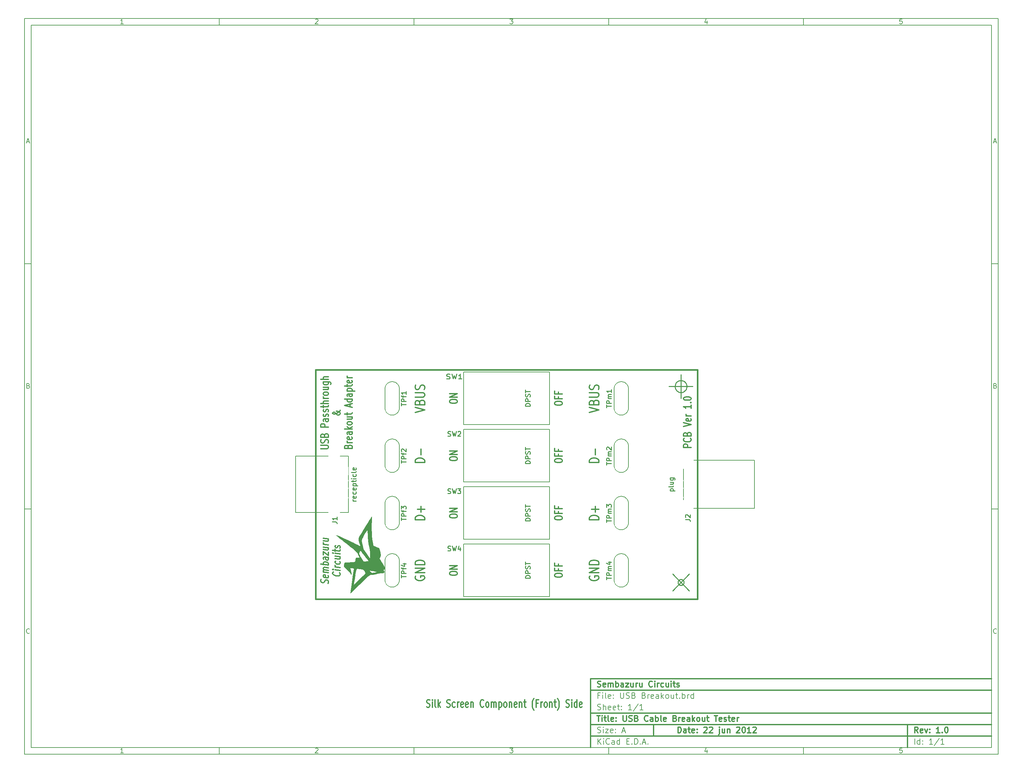
<source format=gto>
G04 (created by PCBNEW-RS274X (2012-01-19 BZR 3256)-stable) date 08/08/2012 15:29:01*
G01*
G70*
G90*
%MOIN*%
G04 Gerber Fmt 3.4, Leading zero omitted, Abs format*
%FSLAX34Y34*%
G04 APERTURE LIST*
%ADD10C,0.006000*%
%ADD11C,0.012000*%
%ADD12C,0.010000*%
%ADD13C,0.015000*%
%ADD14C,0.000100*%
%ADD15C,0.005000*%
%ADD16C,0.002500*%
%ADD17R,0.120000X0.120000*%
%ADD18C,0.120000*%
%ADD19R,0.083200X0.083200*%
%ADD20O,0.086200X0.079100*%
%ADD21C,0.086200*%
%ADD22O,0.148400X0.089400*%
%ADD23C,0.063300*%
%ADD24R,0.086200X0.086200*%
%ADD25C,0.140600*%
%ADD26C,0.143000*%
G04 APERTURE END LIST*
G54D10*
X-30500Y36750D02*
X71500Y36750D01*
X71500Y-40250D01*
X-30500Y-40250D01*
X-30500Y36750D01*
X-29800Y36050D02*
X70800Y36050D01*
X70800Y-39550D01*
X-29800Y-39550D01*
X-29800Y36050D01*
X-10100Y36750D02*
X-10100Y36050D01*
X-20157Y36198D02*
X-20443Y36198D01*
X-20300Y36198D02*
X-20300Y36698D01*
X-20348Y36626D01*
X-20395Y36579D01*
X-20443Y36555D01*
X-10100Y-40250D02*
X-10100Y-39550D01*
X-20157Y-40102D02*
X-20443Y-40102D01*
X-20300Y-40102D02*
X-20300Y-39602D01*
X-20348Y-39674D01*
X-20395Y-39721D01*
X-20443Y-39745D01*
X10300Y36750D02*
X10300Y36050D01*
X-00043Y36650D02*
X-00019Y36674D01*
X00029Y36698D01*
X00148Y36698D01*
X00195Y36674D01*
X00219Y36650D01*
X00243Y36602D01*
X00243Y36555D01*
X00219Y36483D01*
X-00067Y36198D01*
X00243Y36198D01*
X10300Y-40250D02*
X10300Y-39550D01*
X-00043Y-39650D02*
X-00019Y-39626D01*
X00029Y-39602D01*
X00148Y-39602D01*
X00195Y-39626D01*
X00219Y-39650D01*
X00243Y-39698D01*
X00243Y-39745D01*
X00219Y-39817D01*
X-00067Y-40102D01*
X00243Y-40102D01*
X30700Y36750D02*
X30700Y36050D01*
X20333Y36698D02*
X20643Y36698D01*
X20476Y36507D01*
X20548Y36507D01*
X20595Y36483D01*
X20619Y36460D01*
X20643Y36412D01*
X20643Y36293D01*
X20619Y36245D01*
X20595Y36221D01*
X20548Y36198D01*
X20405Y36198D01*
X20357Y36221D01*
X20333Y36245D01*
X30700Y-40250D02*
X30700Y-39550D01*
X20333Y-39602D02*
X20643Y-39602D01*
X20476Y-39793D01*
X20548Y-39793D01*
X20595Y-39817D01*
X20619Y-39840D01*
X20643Y-39888D01*
X20643Y-40007D01*
X20619Y-40055D01*
X20595Y-40079D01*
X20548Y-40102D01*
X20405Y-40102D01*
X20357Y-40079D01*
X20333Y-40055D01*
X51100Y36750D02*
X51100Y36050D01*
X40995Y36531D02*
X40995Y36198D01*
X40876Y36721D02*
X40757Y36364D01*
X41067Y36364D01*
X51100Y-40250D02*
X51100Y-39550D01*
X40995Y-39769D02*
X40995Y-40102D01*
X40876Y-39579D02*
X40757Y-39936D01*
X41067Y-39936D01*
X61419Y36698D02*
X61181Y36698D01*
X61157Y36460D01*
X61181Y36483D01*
X61229Y36507D01*
X61348Y36507D01*
X61395Y36483D01*
X61419Y36460D01*
X61443Y36412D01*
X61443Y36293D01*
X61419Y36245D01*
X61395Y36221D01*
X61348Y36198D01*
X61229Y36198D01*
X61181Y36221D01*
X61157Y36245D01*
X61419Y-39602D02*
X61181Y-39602D01*
X61157Y-39840D01*
X61181Y-39817D01*
X61229Y-39793D01*
X61348Y-39793D01*
X61395Y-39817D01*
X61419Y-39840D01*
X61443Y-39888D01*
X61443Y-40007D01*
X61419Y-40055D01*
X61395Y-40079D01*
X61348Y-40102D01*
X61229Y-40102D01*
X61181Y-40079D01*
X61157Y-40055D01*
X-30500Y11090D02*
X-29800Y11090D01*
X-30269Y23860D02*
X-30031Y23860D01*
X-30316Y23718D02*
X-30150Y24218D01*
X-29983Y23718D01*
X71500Y11090D02*
X70800Y11090D01*
X71031Y23860D02*
X71269Y23860D01*
X70984Y23718D02*
X71150Y24218D01*
X71317Y23718D01*
X-30500Y-14570D02*
X-29800Y-14570D01*
X-30114Y-01680D02*
X-30043Y-01704D01*
X-30019Y-01728D01*
X-29995Y-01776D01*
X-29995Y-01847D01*
X-30019Y-01895D01*
X-30043Y-01919D01*
X-30090Y-01942D01*
X-30281Y-01942D01*
X-30281Y-01442D01*
X-30114Y-01442D01*
X-30067Y-01466D01*
X-30043Y-01490D01*
X-30019Y-01538D01*
X-30019Y-01585D01*
X-30043Y-01633D01*
X-30067Y-01657D01*
X-30114Y-01680D01*
X-30281Y-01680D01*
X71500Y-14570D02*
X70800Y-14570D01*
X71186Y-01680D02*
X71257Y-01704D01*
X71281Y-01728D01*
X71305Y-01776D01*
X71305Y-01847D01*
X71281Y-01895D01*
X71257Y-01919D01*
X71210Y-01942D01*
X71019Y-01942D01*
X71019Y-01442D01*
X71186Y-01442D01*
X71233Y-01466D01*
X71257Y-01490D01*
X71281Y-01538D01*
X71281Y-01585D01*
X71257Y-01633D01*
X71233Y-01657D01*
X71186Y-01680D01*
X71019Y-01680D01*
X-29995Y-27555D02*
X-30019Y-27579D01*
X-30090Y-27602D01*
X-30138Y-27602D01*
X-30210Y-27579D01*
X-30257Y-27531D01*
X-30281Y-27483D01*
X-30305Y-27388D01*
X-30305Y-27317D01*
X-30281Y-27221D01*
X-30257Y-27174D01*
X-30210Y-27126D01*
X-30138Y-27102D01*
X-30090Y-27102D01*
X-30019Y-27126D01*
X-29995Y-27150D01*
X71305Y-27555D02*
X71281Y-27579D01*
X71210Y-27602D01*
X71162Y-27602D01*
X71090Y-27579D01*
X71043Y-27531D01*
X71019Y-27483D01*
X70995Y-27388D01*
X70995Y-27317D01*
X71019Y-27221D01*
X71043Y-27174D01*
X71090Y-27126D01*
X71162Y-27102D01*
X71210Y-27102D01*
X71281Y-27126D01*
X71305Y-27150D01*
G54D11*
X37943Y-37993D02*
X37943Y-37393D01*
X38086Y-37393D01*
X38171Y-37421D01*
X38229Y-37479D01*
X38257Y-37536D01*
X38286Y-37650D01*
X38286Y-37736D01*
X38257Y-37850D01*
X38229Y-37907D01*
X38171Y-37964D01*
X38086Y-37993D01*
X37943Y-37993D01*
X38800Y-37993D02*
X38800Y-37679D01*
X38771Y-37621D01*
X38714Y-37593D01*
X38600Y-37593D01*
X38543Y-37621D01*
X38800Y-37964D02*
X38743Y-37993D01*
X38600Y-37993D01*
X38543Y-37964D01*
X38514Y-37907D01*
X38514Y-37850D01*
X38543Y-37793D01*
X38600Y-37764D01*
X38743Y-37764D01*
X38800Y-37736D01*
X39000Y-37593D02*
X39229Y-37593D01*
X39086Y-37393D02*
X39086Y-37907D01*
X39114Y-37964D01*
X39172Y-37993D01*
X39229Y-37993D01*
X39657Y-37964D02*
X39600Y-37993D01*
X39486Y-37993D01*
X39429Y-37964D01*
X39400Y-37907D01*
X39400Y-37679D01*
X39429Y-37621D01*
X39486Y-37593D01*
X39600Y-37593D01*
X39657Y-37621D01*
X39686Y-37679D01*
X39686Y-37736D01*
X39400Y-37793D01*
X39943Y-37936D02*
X39971Y-37964D01*
X39943Y-37993D01*
X39914Y-37964D01*
X39943Y-37936D01*
X39943Y-37993D01*
X39943Y-37621D02*
X39971Y-37650D01*
X39943Y-37679D01*
X39914Y-37650D01*
X39943Y-37621D01*
X39943Y-37679D01*
X40657Y-37450D02*
X40686Y-37421D01*
X40743Y-37393D01*
X40886Y-37393D01*
X40943Y-37421D01*
X40972Y-37450D01*
X41000Y-37507D01*
X41000Y-37564D01*
X40972Y-37650D01*
X40629Y-37993D01*
X41000Y-37993D01*
X41228Y-37450D02*
X41257Y-37421D01*
X41314Y-37393D01*
X41457Y-37393D01*
X41514Y-37421D01*
X41543Y-37450D01*
X41571Y-37507D01*
X41571Y-37564D01*
X41543Y-37650D01*
X41200Y-37993D01*
X41571Y-37993D01*
X42285Y-37593D02*
X42285Y-38107D01*
X42256Y-38164D01*
X42199Y-38193D01*
X42171Y-38193D01*
X42285Y-37393D02*
X42256Y-37421D01*
X42285Y-37450D01*
X42313Y-37421D01*
X42285Y-37393D01*
X42285Y-37450D01*
X42828Y-37593D02*
X42828Y-37993D01*
X42571Y-37593D02*
X42571Y-37907D01*
X42599Y-37964D01*
X42657Y-37993D01*
X42742Y-37993D01*
X42799Y-37964D01*
X42828Y-37936D01*
X43114Y-37593D02*
X43114Y-37993D01*
X43114Y-37650D02*
X43142Y-37621D01*
X43200Y-37593D01*
X43285Y-37593D01*
X43342Y-37621D01*
X43371Y-37679D01*
X43371Y-37993D01*
X44085Y-37450D02*
X44114Y-37421D01*
X44171Y-37393D01*
X44314Y-37393D01*
X44371Y-37421D01*
X44400Y-37450D01*
X44428Y-37507D01*
X44428Y-37564D01*
X44400Y-37650D01*
X44057Y-37993D01*
X44428Y-37993D01*
X44799Y-37393D02*
X44856Y-37393D01*
X44913Y-37421D01*
X44942Y-37450D01*
X44971Y-37507D01*
X44999Y-37621D01*
X44999Y-37764D01*
X44971Y-37879D01*
X44942Y-37936D01*
X44913Y-37964D01*
X44856Y-37993D01*
X44799Y-37993D01*
X44742Y-37964D01*
X44713Y-37936D01*
X44685Y-37879D01*
X44656Y-37764D01*
X44656Y-37621D01*
X44685Y-37507D01*
X44713Y-37450D01*
X44742Y-37421D01*
X44799Y-37393D01*
X45570Y-37993D02*
X45227Y-37993D01*
X45399Y-37993D02*
X45399Y-37393D01*
X45342Y-37479D01*
X45284Y-37536D01*
X45227Y-37564D01*
X45798Y-37450D02*
X45827Y-37421D01*
X45884Y-37393D01*
X46027Y-37393D01*
X46084Y-37421D01*
X46113Y-37450D01*
X46141Y-37507D01*
X46141Y-37564D01*
X46113Y-37650D01*
X45770Y-37993D01*
X46141Y-37993D01*
G54D10*
X29543Y-39193D02*
X29543Y-38593D01*
X29886Y-39193D02*
X29629Y-38850D01*
X29886Y-38593D02*
X29543Y-38936D01*
X30143Y-39193D02*
X30143Y-38793D01*
X30143Y-38593D02*
X30114Y-38621D01*
X30143Y-38650D01*
X30171Y-38621D01*
X30143Y-38593D01*
X30143Y-38650D01*
X30772Y-39136D02*
X30743Y-39164D01*
X30657Y-39193D01*
X30600Y-39193D01*
X30515Y-39164D01*
X30457Y-39107D01*
X30429Y-39050D01*
X30400Y-38936D01*
X30400Y-38850D01*
X30429Y-38736D01*
X30457Y-38679D01*
X30515Y-38621D01*
X30600Y-38593D01*
X30657Y-38593D01*
X30743Y-38621D01*
X30772Y-38650D01*
X31286Y-39193D02*
X31286Y-38879D01*
X31257Y-38821D01*
X31200Y-38793D01*
X31086Y-38793D01*
X31029Y-38821D01*
X31286Y-39164D02*
X31229Y-39193D01*
X31086Y-39193D01*
X31029Y-39164D01*
X31000Y-39107D01*
X31000Y-39050D01*
X31029Y-38993D01*
X31086Y-38964D01*
X31229Y-38964D01*
X31286Y-38936D01*
X31829Y-39193D02*
X31829Y-38593D01*
X31829Y-39164D02*
X31772Y-39193D01*
X31658Y-39193D01*
X31600Y-39164D01*
X31572Y-39136D01*
X31543Y-39079D01*
X31543Y-38907D01*
X31572Y-38850D01*
X31600Y-38821D01*
X31658Y-38793D01*
X31772Y-38793D01*
X31829Y-38821D01*
X32572Y-38879D02*
X32772Y-38879D01*
X32858Y-39193D02*
X32572Y-39193D01*
X32572Y-38593D01*
X32858Y-38593D01*
X33115Y-39136D02*
X33143Y-39164D01*
X33115Y-39193D01*
X33086Y-39164D01*
X33115Y-39136D01*
X33115Y-39193D01*
X33401Y-39193D02*
X33401Y-38593D01*
X33544Y-38593D01*
X33629Y-38621D01*
X33687Y-38679D01*
X33715Y-38736D01*
X33744Y-38850D01*
X33744Y-38936D01*
X33715Y-39050D01*
X33687Y-39107D01*
X33629Y-39164D01*
X33544Y-39193D01*
X33401Y-39193D01*
X34001Y-39136D02*
X34029Y-39164D01*
X34001Y-39193D01*
X33972Y-39164D01*
X34001Y-39136D01*
X34001Y-39193D01*
X34258Y-39021D02*
X34544Y-39021D01*
X34201Y-39193D02*
X34401Y-38593D01*
X34601Y-39193D01*
X34801Y-39136D02*
X34829Y-39164D01*
X34801Y-39193D01*
X34772Y-39164D01*
X34801Y-39136D01*
X34801Y-39193D01*
G54D11*
X63086Y-37993D02*
X62886Y-37707D01*
X62743Y-37993D02*
X62743Y-37393D01*
X62971Y-37393D01*
X63029Y-37421D01*
X63057Y-37450D01*
X63086Y-37507D01*
X63086Y-37593D01*
X63057Y-37650D01*
X63029Y-37679D01*
X62971Y-37707D01*
X62743Y-37707D01*
X63571Y-37964D02*
X63514Y-37993D01*
X63400Y-37993D01*
X63343Y-37964D01*
X63314Y-37907D01*
X63314Y-37679D01*
X63343Y-37621D01*
X63400Y-37593D01*
X63514Y-37593D01*
X63571Y-37621D01*
X63600Y-37679D01*
X63600Y-37736D01*
X63314Y-37793D01*
X63800Y-37593D02*
X63943Y-37993D01*
X64085Y-37593D01*
X64314Y-37936D02*
X64342Y-37964D01*
X64314Y-37993D01*
X64285Y-37964D01*
X64314Y-37936D01*
X64314Y-37993D01*
X64314Y-37621D02*
X64342Y-37650D01*
X64314Y-37679D01*
X64285Y-37650D01*
X64314Y-37621D01*
X64314Y-37679D01*
X65371Y-37993D02*
X65028Y-37993D01*
X65200Y-37993D02*
X65200Y-37393D01*
X65143Y-37479D01*
X65085Y-37536D01*
X65028Y-37564D01*
X65628Y-37936D02*
X65656Y-37964D01*
X65628Y-37993D01*
X65599Y-37964D01*
X65628Y-37936D01*
X65628Y-37993D01*
X66028Y-37393D02*
X66085Y-37393D01*
X66142Y-37421D01*
X66171Y-37450D01*
X66200Y-37507D01*
X66228Y-37621D01*
X66228Y-37764D01*
X66200Y-37879D01*
X66171Y-37936D01*
X66142Y-37964D01*
X66085Y-37993D01*
X66028Y-37993D01*
X65971Y-37964D01*
X65942Y-37936D01*
X65914Y-37879D01*
X65885Y-37764D01*
X65885Y-37621D01*
X65914Y-37507D01*
X65942Y-37450D01*
X65971Y-37421D01*
X66028Y-37393D01*
G54D10*
X29514Y-37964D02*
X29600Y-37993D01*
X29743Y-37993D01*
X29800Y-37964D01*
X29829Y-37936D01*
X29857Y-37879D01*
X29857Y-37821D01*
X29829Y-37764D01*
X29800Y-37736D01*
X29743Y-37707D01*
X29629Y-37679D01*
X29571Y-37650D01*
X29543Y-37621D01*
X29514Y-37564D01*
X29514Y-37507D01*
X29543Y-37450D01*
X29571Y-37421D01*
X29629Y-37393D01*
X29771Y-37393D01*
X29857Y-37421D01*
X30114Y-37993D02*
X30114Y-37593D01*
X30114Y-37393D02*
X30085Y-37421D01*
X30114Y-37450D01*
X30142Y-37421D01*
X30114Y-37393D01*
X30114Y-37450D01*
X30343Y-37593D02*
X30657Y-37593D01*
X30343Y-37993D01*
X30657Y-37993D01*
X31114Y-37964D02*
X31057Y-37993D01*
X30943Y-37993D01*
X30886Y-37964D01*
X30857Y-37907D01*
X30857Y-37679D01*
X30886Y-37621D01*
X30943Y-37593D01*
X31057Y-37593D01*
X31114Y-37621D01*
X31143Y-37679D01*
X31143Y-37736D01*
X30857Y-37793D01*
X31400Y-37936D02*
X31428Y-37964D01*
X31400Y-37993D01*
X31371Y-37964D01*
X31400Y-37936D01*
X31400Y-37993D01*
X31400Y-37621D02*
X31428Y-37650D01*
X31400Y-37679D01*
X31371Y-37650D01*
X31400Y-37621D01*
X31400Y-37679D01*
X32114Y-37821D02*
X32400Y-37821D01*
X32057Y-37993D02*
X32257Y-37393D01*
X32457Y-37993D01*
X62743Y-39193D02*
X62743Y-38593D01*
X63286Y-39193D02*
X63286Y-38593D01*
X63286Y-39164D02*
X63229Y-39193D01*
X63115Y-39193D01*
X63057Y-39164D01*
X63029Y-39136D01*
X63000Y-39079D01*
X63000Y-38907D01*
X63029Y-38850D01*
X63057Y-38821D01*
X63115Y-38793D01*
X63229Y-38793D01*
X63286Y-38821D01*
X63572Y-39136D02*
X63600Y-39164D01*
X63572Y-39193D01*
X63543Y-39164D01*
X63572Y-39136D01*
X63572Y-39193D01*
X63572Y-38821D02*
X63600Y-38850D01*
X63572Y-38879D01*
X63543Y-38850D01*
X63572Y-38821D01*
X63572Y-38879D01*
X64629Y-39193D02*
X64286Y-39193D01*
X64458Y-39193D02*
X64458Y-38593D01*
X64401Y-38679D01*
X64343Y-38736D01*
X64286Y-38764D01*
X65314Y-38564D02*
X64800Y-39336D01*
X65829Y-39193D02*
X65486Y-39193D01*
X65658Y-39193D02*
X65658Y-38593D01*
X65601Y-38679D01*
X65543Y-38736D01*
X65486Y-38764D01*
G54D11*
X29457Y-36193D02*
X29800Y-36193D01*
X29629Y-36793D02*
X29629Y-36193D01*
X30000Y-36793D02*
X30000Y-36393D01*
X30000Y-36193D02*
X29971Y-36221D01*
X30000Y-36250D01*
X30028Y-36221D01*
X30000Y-36193D01*
X30000Y-36250D01*
X30200Y-36393D02*
X30429Y-36393D01*
X30286Y-36193D02*
X30286Y-36707D01*
X30314Y-36764D01*
X30372Y-36793D01*
X30429Y-36793D01*
X30715Y-36793D02*
X30657Y-36764D01*
X30629Y-36707D01*
X30629Y-36193D01*
X31171Y-36764D02*
X31114Y-36793D01*
X31000Y-36793D01*
X30943Y-36764D01*
X30914Y-36707D01*
X30914Y-36479D01*
X30943Y-36421D01*
X31000Y-36393D01*
X31114Y-36393D01*
X31171Y-36421D01*
X31200Y-36479D01*
X31200Y-36536D01*
X30914Y-36593D01*
X31457Y-36736D02*
X31485Y-36764D01*
X31457Y-36793D01*
X31428Y-36764D01*
X31457Y-36736D01*
X31457Y-36793D01*
X31457Y-36421D02*
X31485Y-36450D01*
X31457Y-36479D01*
X31428Y-36450D01*
X31457Y-36421D01*
X31457Y-36479D01*
X32200Y-36193D02*
X32200Y-36679D01*
X32228Y-36736D01*
X32257Y-36764D01*
X32314Y-36793D01*
X32428Y-36793D01*
X32486Y-36764D01*
X32514Y-36736D01*
X32543Y-36679D01*
X32543Y-36193D01*
X32800Y-36764D02*
X32886Y-36793D01*
X33029Y-36793D01*
X33086Y-36764D01*
X33115Y-36736D01*
X33143Y-36679D01*
X33143Y-36621D01*
X33115Y-36564D01*
X33086Y-36536D01*
X33029Y-36507D01*
X32915Y-36479D01*
X32857Y-36450D01*
X32829Y-36421D01*
X32800Y-36364D01*
X32800Y-36307D01*
X32829Y-36250D01*
X32857Y-36221D01*
X32915Y-36193D01*
X33057Y-36193D01*
X33143Y-36221D01*
X33600Y-36479D02*
X33686Y-36507D01*
X33714Y-36536D01*
X33743Y-36593D01*
X33743Y-36679D01*
X33714Y-36736D01*
X33686Y-36764D01*
X33628Y-36793D01*
X33400Y-36793D01*
X33400Y-36193D01*
X33600Y-36193D01*
X33657Y-36221D01*
X33686Y-36250D01*
X33714Y-36307D01*
X33714Y-36364D01*
X33686Y-36421D01*
X33657Y-36450D01*
X33600Y-36479D01*
X33400Y-36479D01*
X34800Y-36736D02*
X34771Y-36764D01*
X34685Y-36793D01*
X34628Y-36793D01*
X34543Y-36764D01*
X34485Y-36707D01*
X34457Y-36650D01*
X34428Y-36536D01*
X34428Y-36450D01*
X34457Y-36336D01*
X34485Y-36279D01*
X34543Y-36221D01*
X34628Y-36193D01*
X34685Y-36193D01*
X34771Y-36221D01*
X34800Y-36250D01*
X35314Y-36793D02*
X35314Y-36479D01*
X35285Y-36421D01*
X35228Y-36393D01*
X35114Y-36393D01*
X35057Y-36421D01*
X35314Y-36764D02*
X35257Y-36793D01*
X35114Y-36793D01*
X35057Y-36764D01*
X35028Y-36707D01*
X35028Y-36650D01*
X35057Y-36593D01*
X35114Y-36564D01*
X35257Y-36564D01*
X35314Y-36536D01*
X35600Y-36793D02*
X35600Y-36193D01*
X35600Y-36421D02*
X35657Y-36393D01*
X35771Y-36393D01*
X35828Y-36421D01*
X35857Y-36450D01*
X35886Y-36507D01*
X35886Y-36679D01*
X35857Y-36736D01*
X35828Y-36764D01*
X35771Y-36793D01*
X35657Y-36793D01*
X35600Y-36764D01*
X36229Y-36793D02*
X36171Y-36764D01*
X36143Y-36707D01*
X36143Y-36193D01*
X36685Y-36764D02*
X36628Y-36793D01*
X36514Y-36793D01*
X36457Y-36764D01*
X36428Y-36707D01*
X36428Y-36479D01*
X36457Y-36421D01*
X36514Y-36393D01*
X36628Y-36393D01*
X36685Y-36421D01*
X36714Y-36479D01*
X36714Y-36536D01*
X36428Y-36593D01*
X37628Y-36479D02*
X37714Y-36507D01*
X37742Y-36536D01*
X37771Y-36593D01*
X37771Y-36679D01*
X37742Y-36736D01*
X37714Y-36764D01*
X37656Y-36793D01*
X37428Y-36793D01*
X37428Y-36193D01*
X37628Y-36193D01*
X37685Y-36221D01*
X37714Y-36250D01*
X37742Y-36307D01*
X37742Y-36364D01*
X37714Y-36421D01*
X37685Y-36450D01*
X37628Y-36479D01*
X37428Y-36479D01*
X38028Y-36793D02*
X38028Y-36393D01*
X38028Y-36507D02*
X38056Y-36450D01*
X38085Y-36421D01*
X38142Y-36393D01*
X38199Y-36393D01*
X38627Y-36764D02*
X38570Y-36793D01*
X38456Y-36793D01*
X38399Y-36764D01*
X38370Y-36707D01*
X38370Y-36479D01*
X38399Y-36421D01*
X38456Y-36393D01*
X38570Y-36393D01*
X38627Y-36421D01*
X38656Y-36479D01*
X38656Y-36536D01*
X38370Y-36593D01*
X39170Y-36793D02*
X39170Y-36479D01*
X39141Y-36421D01*
X39084Y-36393D01*
X38970Y-36393D01*
X38913Y-36421D01*
X39170Y-36764D02*
X39113Y-36793D01*
X38970Y-36793D01*
X38913Y-36764D01*
X38884Y-36707D01*
X38884Y-36650D01*
X38913Y-36593D01*
X38970Y-36564D01*
X39113Y-36564D01*
X39170Y-36536D01*
X39456Y-36793D02*
X39456Y-36193D01*
X39513Y-36564D02*
X39684Y-36793D01*
X39684Y-36393D02*
X39456Y-36621D01*
X40028Y-36793D02*
X39970Y-36764D01*
X39942Y-36736D01*
X39913Y-36679D01*
X39913Y-36507D01*
X39942Y-36450D01*
X39970Y-36421D01*
X40028Y-36393D01*
X40113Y-36393D01*
X40170Y-36421D01*
X40199Y-36450D01*
X40228Y-36507D01*
X40228Y-36679D01*
X40199Y-36736D01*
X40170Y-36764D01*
X40113Y-36793D01*
X40028Y-36793D01*
X40742Y-36393D02*
X40742Y-36793D01*
X40485Y-36393D02*
X40485Y-36707D01*
X40513Y-36764D01*
X40571Y-36793D01*
X40656Y-36793D01*
X40713Y-36764D01*
X40742Y-36736D01*
X40942Y-36393D02*
X41171Y-36393D01*
X41028Y-36193D02*
X41028Y-36707D01*
X41056Y-36764D01*
X41114Y-36793D01*
X41171Y-36793D01*
X41742Y-36193D02*
X42085Y-36193D01*
X41914Y-36793D02*
X41914Y-36193D01*
X42513Y-36764D02*
X42456Y-36793D01*
X42342Y-36793D01*
X42285Y-36764D01*
X42256Y-36707D01*
X42256Y-36479D01*
X42285Y-36421D01*
X42342Y-36393D01*
X42456Y-36393D01*
X42513Y-36421D01*
X42542Y-36479D01*
X42542Y-36536D01*
X42256Y-36593D01*
X42770Y-36764D02*
X42827Y-36793D01*
X42942Y-36793D01*
X42999Y-36764D01*
X43027Y-36707D01*
X43027Y-36679D01*
X42999Y-36621D01*
X42942Y-36593D01*
X42856Y-36593D01*
X42799Y-36564D01*
X42770Y-36507D01*
X42770Y-36479D01*
X42799Y-36421D01*
X42856Y-36393D01*
X42942Y-36393D01*
X42999Y-36421D01*
X43199Y-36393D02*
X43428Y-36393D01*
X43285Y-36193D02*
X43285Y-36707D01*
X43313Y-36764D01*
X43371Y-36793D01*
X43428Y-36793D01*
X43856Y-36764D02*
X43799Y-36793D01*
X43685Y-36793D01*
X43628Y-36764D01*
X43599Y-36707D01*
X43599Y-36479D01*
X43628Y-36421D01*
X43685Y-36393D01*
X43799Y-36393D01*
X43856Y-36421D01*
X43885Y-36479D01*
X43885Y-36536D01*
X43599Y-36593D01*
X44142Y-36793D02*
X44142Y-36393D01*
X44142Y-36507D02*
X44170Y-36450D01*
X44199Y-36421D01*
X44256Y-36393D01*
X44313Y-36393D01*
G54D10*
X29743Y-34079D02*
X29543Y-34079D01*
X29543Y-34393D02*
X29543Y-33793D01*
X29829Y-33793D01*
X30057Y-34393D02*
X30057Y-33993D01*
X30057Y-33793D02*
X30028Y-33821D01*
X30057Y-33850D01*
X30085Y-33821D01*
X30057Y-33793D01*
X30057Y-33850D01*
X30429Y-34393D02*
X30371Y-34364D01*
X30343Y-34307D01*
X30343Y-33793D01*
X30885Y-34364D02*
X30828Y-34393D01*
X30714Y-34393D01*
X30657Y-34364D01*
X30628Y-34307D01*
X30628Y-34079D01*
X30657Y-34021D01*
X30714Y-33993D01*
X30828Y-33993D01*
X30885Y-34021D01*
X30914Y-34079D01*
X30914Y-34136D01*
X30628Y-34193D01*
X31171Y-34336D02*
X31199Y-34364D01*
X31171Y-34393D01*
X31142Y-34364D01*
X31171Y-34336D01*
X31171Y-34393D01*
X31171Y-34021D02*
X31199Y-34050D01*
X31171Y-34079D01*
X31142Y-34050D01*
X31171Y-34021D01*
X31171Y-34079D01*
X31914Y-33793D02*
X31914Y-34279D01*
X31942Y-34336D01*
X31971Y-34364D01*
X32028Y-34393D01*
X32142Y-34393D01*
X32200Y-34364D01*
X32228Y-34336D01*
X32257Y-34279D01*
X32257Y-33793D01*
X32514Y-34364D02*
X32600Y-34393D01*
X32743Y-34393D01*
X32800Y-34364D01*
X32829Y-34336D01*
X32857Y-34279D01*
X32857Y-34221D01*
X32829Y-34164D01*
X32800Y-34136D01*
X32743Y-34107D01*
X32629Y-34079D01*
X32571Y-34050D01*
X32543Y-34021D01*
X32514Y-33964D01*
X32514Y-33907D01*
X32543Y-33850D01*
X32571Y-33821D01*
X32629Y-33793D01*
X32771Y-33793D01*
X32857Y-33821D01*
X33314Y-34079D02*
X33400Y-34107D01*
X33428Y-34136D01*
X33457Y-34193D01*
X33457Y-34279D01*
X33428Y-34336D01*
X33400Y-34364D01*
X33342Y-34393D01*
X33114Y-34393D01*
X33114Y-33793D01*
X33314Y-33793D01*
X33371Y-33821D01*
X33400Y-33850D01*
X33428Y-33907D01*
X33428Y-33964D01*
X33400Y-34021D01*
X33371Y-34050D01*
X33314Y-34079D01*
X33114Y-34079D01*
X34371Y-34079D02*
X34457Y-34107D01*
X34485Y-34136D01*
X34514Y-34193D01*
X34514Y-34279D01*
X34485Y-34336D01*
X34457Y-34364D01*
X34399Y-34393D01*
X34171Y-34393D01*
X34171Y-33793D01*
X34371Y-33793D01*
X34428Y-33821D01*
X34457Y-33850D01*
X34485Y-33907D01*
X34485Y-33964D01*
X34457Y-34021D01*
X34428Y-34050D01*
X34371Y-34079D01*
X34171Y-34079D01*
X34771Y-34393D02*
X34771Y-33993D01*
X34771Y-34107D02*
X34799Y-34050D01*
X34828Y-34021D01*
X34885Y-33993D01*
X34942Y-33993D01*
X35370Y-34364D02*
X35313Y-34393D01*
X35199Y-34393D01*
X35142Y-34364D01*
X35113Y-34307D01*
X35113Y-34079D01*
X35142Y-34021D01*
X35199Y-33993D01*
X35313Y-33993D01*
X35370Y-34021D01*
X35399Y-34079D01*
X35399Y-34136D01*
X35113Y-34193D01*
X35913Y-34393D02*
X35913Y-34079D01*
X35884Y-34021D01*
X35827Y-33993D01*
X35713Y-33993D01*
X35656Y-34021D01*
X35913Y-34364D02*
X35856Y-34393D01*
X35713Y-34393D01*
X35656Y-34364D01*
X35627Y-34307D01*
X35627Y-34250D01*
X35656Y-34193D01*
X35713Y-34164D01*
X35856Y-34164D01*
X35913Y-34136D01*
X36199Y-34393D02*
X36199Y-33793D01*
X36256Y-34164D02*
X36427Y-34393D01*
X36427Y-33993D02*
X36199Y-34221D01*
X36771Y-34393D02*
X36713Y-34364D01*
X36685Y-34336D01*
X36656Y-34279D01*
X36656Y-34107D01*
X36685Y-34050D01*
X36713Y-34021D01*
X36771Y-33993D01*
X36856Y-33993D01*
X36913Y-34021D01*
X36942Y-34050D01*
X36971Y-34107D01*
X36971Y-34279D01*
X36942Y-34336D01*
X36913Y-34364D01*
X36856Y-34393D01*
X36771Y-34393D01*
X37485Y-33993D02*
X37485Y-34393D01*
X37228Y-33993D02*
X37228Y-34307D01*
X37256Y-34364D01*
X37314Y-34393D01*
X37399Y-34393D01*
X37456Y-34364D01*
X37485Y-34336D01*
X37685Y-33993D02*
X37914Y-33993D01*
X37771Y-33793D02*
X37771Y-34307D01*
X37799Y-34364D01*
X37857Y-34393D01*
X37914Y-34393D01*
X38114Y-34336D02*
X38142Y-34364D01*
X38114Y-34393D01*
X38085Y-34364D01*
X38114Y-34336D01*
X38114Y-34393D01*
X38400Y-34393D02*
X38400Y-33793D01*
X38400Y-34021D02*
X38457Y-33993D01*
X38571Y-33993D01*
X38628Y-34021D01*
X38657Y-34050D01*
X38686Y-34107D01*
X38686Y-34279D01*
X38657Y-34336D01*
X38628Y-34364D01*
X38571Y-34393D01*
X38457Y-34393D01*
X38400Y-34364D01*
X38943Y-34393D02*
X38943Y-33993D01*
X38943Y-34107D02*
X38971Y-34050D01*
X39000Y-34021D01*
X39057Y-33993D01*
X39114Y-33993D01*
X39571Y-34393D02*
X39571Y-33793D01*
X39571Y-34364D02*
X39514Y-34393D01*
X39400Y-34393D01*
X39342Y-34364D01*
X39314Y-34336D01*
X39285Y-34279D01*
X39285Y-34107D01*
X39314Y-34050D01*
X39342Y-34021D01*
X39400Y-33993D01*
X39514Y-33993D01*
X39571Y-34021D01*
X29514Y-35564D02*
X29600Y-35593D01*
X29743Y-35593D01*
X29800Y-35564D01*
X29829Y-35536D01*
X29857Y-35479D01*
X29857Y-35421D01*
X29829Y-35364D01*
X29800Y-35336D01*
X29743Y-35307D01*
X29629Y-35279D01*
X29571Y-35250D01*
X29543Y-35221D01*
X29514Y-35164D01*
X29514Y-35107D01*
X29543Y-35050D01*
X29571Y-35021D01*
X29629Y-34993D01*
X29771Y-34993D01*
X29857Y-35021D01*
X30114Y-35593D02*
X30114Y-34993D01*
X30371Y-35593D02*
X30371Y-35279D01*
X30342Y-35221D01*
X30285Y-35193D01*
X30200Y-35193D01*
X30142Y-35221D01*
X30114Y-35250D01*
X30885Y-35564D02*
X30828Y-35593D01*
X30714Y-35593D01*
X30657Y-35564D01*
X30628Y-35507D01*
X30628Y-35279D01*
X30657Y-35221D01*
X30714Y-35193D01*
X30828Y-35193D01*
X30885Y-35221D01*
X30914Y-35279D01*
X30914Y-35336D01*
X30628Y-35393D01*
X31399Y-35564D02*
X31342Y-35593D01*
X31228Y-35593D01*
X31171Y-35564D01*
X31142Y-35507D01*
X31142Y-35279D01*
X31171Y-35221D01*
X31228Y-35193D01*
X31342Y-35193D01*
X31399Y-35221D01*
X31428Y-35279D01*
X31428Y-35336D01*
X31142Y-35393D01*
X31599Y-35193D02*
X31828Y-35193D01*
X31685Y-34993D02*
X31685Y-35507D01*
X31713Y-35564D01*
X31771Y-35593D01*
X31828Y-35593D01*
X32028Y-35536D02*
X32056Y-35564D01*
X32028Y-35593D01*
X31999Y-35564D01*
X32028Y-35536D01*
X32028Y-35593D01*
X32028Y-35221D02*
X32056Y-35250D01*
X32028Y-35279D01*
X31999Y-35250D01*
X32028Y-35221D01*
X32028Y-35279D01*
X33085Y-35593D02*
X32742Y-35593D01*
X32914Y-35593D02*
X32914Y-34993D01*
X32857Y-35079D01*
X32799Y-35136D01*
X32742Y-35164D01*
X33770Y-34964D02*
X33256Y-35736D01*
X34285Y-35593D02*
X33942Y-35593D01*
X34114Y-35593D02*
X34114Y-34993D01*
X34057Y-35079D01*
X33999Y-35136D01*
X33942Y-35164D01*
G54D11*
X29514Y-33164D02*
X29600Y-33193D01*
X29743Y-33193D01*
X29800Y-33164D01*
X29829Y-33136D01*
X29857Y-33079D01*
X29857Y-33021D01*
X29829Y-32964D01*
X29800Y-32936D01*
X29743Y-32907D01*
X29629Y-32879D01*
X29571Y-32850D01*
X29543Y-32821D01*
X29514Y-32764D01*
X29514Y-32707D01*
X29543Y-32650D01*
X29571Y-32621D01*
X29629Y-32593D01*
X29771Y-32593D01*
X29857Y-32621D01*
X30342Y-33164D02*
X30285Y-33193D01*
X30171Y-33193D01*
X30114Y-33164D01*
X30085Y-33107D01*
X30085Y-32879D01*
X30114Y-32821D01*
X30171Y-32793D01*
X30285Y-32793D01*
X30342Y-32821D01*
X30371Y-32879D01*
X30371Y-32936D01*
X30085Y-32993D01*
X30628Y-33193D02*
X30628Y-32793D01*
X30628Y-32850D02*
X30656Y-32821D01*
X30714Y-32793D01*
X30799Y-32793D01*
X30856Y-32821D01*
X30885Y-32879D01*
X30885Y-33193D01*
X30885Y-32879D02*
X30914Y-32821D01*
X30971Y-32793D01*
X31056Y-32793D01*
X31114Y-32821D01*
X31142Y-32879D01*
X31142Y-33193D01*
X31428Y-33193D02*
X31428Y-32593D01*
X31428Y-32821D02*
X31485Y-32793D01*
X31599Y-32793D01*
X31656Y-32821D01*
X31685Y-32850D01*
X31714Y-32907D01*
X31714Y-33079D01*
X31685Y-33136D01*
X31656Y-33164D01*
X31599Y-33193D01*
X31485Y-33193D01*
X31428Y-33164D01*
X32228Y-33193D02*
X32228Y-32879D01*
X32199Y-32821D01*
X32142Y-32793D01*
X32028Y-32793D01*
X31971Y-32821D01*
X32228Y-33164D02*
X32171Y-33193D01*
X32028Y-33193D01*
X31971Y-33164D01*
X31942Y-33107D01*
X31942Y-33050D01*
X31971Y-32993D01*
X32028Y-32964D01*
X32171Y-32964D01*
X32228Y-32936D01*
X32457Y-32793D02*
X32771Y-32793D01*
X32457Y-33193D01*
X32771Y-33193D01*
X33257Y-32793D02*
X33257Y-33193D01*
X33000Y-32793D02*
X33000Y-33107D01*
X33028Y-33164D01*
X33086Y-33193D01*
X33171Y-33193D01*
X33228Y-33164D01*
X33257Y-33136D01*
X33543Y-33193D02*
X33543Y-32793D01*
X33543Y-32907D02*
X33571Y-32850D01*
X33600Y-32821D01*
X33657Y-32793D01*
X33714Y-32793D01*
X34171Y-32793D02*
X34171Y-33193D01*
X33914Y-32793D02*
X33914Y-33107D01*
X33942Y-33164D01*
X34000Y-33193D01*
X34085Y-33193D01*
X34142Y-33164D01*
X34171Y-33136D01*
X35257Y-33136D02*
X35228Y-33164D01*
X35142Y-33193D01*
X35085Y-33193D01*
X35000Y-33164D01*
X34942Y-33107D01*
X34914Y-33050D01*
X34885Y-32936D01*
X34885Y-32850D01*
X34914Y-32736D01*
X34942Y-32679D01*
X35000Y-32621D01*
X35085Y-32593D01*
X35142Y-32593D01*
X35228Y-32621D01*
X35257Y-32650D01*
X35514Y-33193D02*
X35514Y-32793D01*
X35514Y-32593D02*
X35485Y-32621D01*
X35514Y-32650D01*
X35542Y-32621D01*
X35514Y-32593D01*
X35514Y-32650D01*
X35800Y-33193D02*
X35800Y-32793D01*
X35800Y-32907D02*
X35828Y-32850D01*
X35857Y-32821D01*
X35914Y-32793D01*
X35971Y-32793D01*
X36428Y-33164D02*
X36371Y-33193D01*
X36257Y-33193D01*
X36199Y-33164D01*
X36171Y-33136D01*
X36142Y-33079D01*
X36142Y-32907D01*
X36171Y-32850D01*
X36199Y-32821D01*
X36257Y-32793D01*
X36371Y-32793D01*
X36428Y-32821D01*
X36942Y-32793D02*
X36942Y-33193D01*
X36685Y-32793D02*
X36685Y-33107D01*
X36713Y-33164D01*
X36771Y-33193D01*
X36856Y-33193D01*
X36913Y-33164D01*
X36942Y-33136D01*
X37228Y-33193D02*
X37228Y-32793D01*
X37228Y-32593D02*
X37199Y-32621D01*
X37228Y-32650D01*
X37256Y-32621D01*
X37228Y-32593D01*
X37228Y-32650D01*
X37428Y-32793D02*
X37657Y-32793D01*
X37514Y-32593D02*
X37514Y-33107D01*
X37542Y-33164D01*
X37600Y-33193D01*
X37657Y-33193D01*
X37828Y-33164D02*
X37885Y-33193D01*
X38000Y-33193D01*
X38057Y-33164D01*
X38085Y-33107D01*
X38085Y-33079D01*
X38057Y-33021D01*
X38000Y-32993D01*
X37914Y-32993D01*
X37857Y-32964D01*
X37828Y-32907D01*
X37828Y-32879D01*
X37857Y-32821D01*
X37914Y-32793D01*
X38000Y-32793D01*
X38057Y-32821D01*
X28800Y-32350D02*
X28800Y-39550D01*
X28800Y-33550D02*
X70800Y-33550D01*
X28800Y-32350D02*
X70800Y-32350D01*
X28800Y-35950D02*
X70800Y-35950D01*
X62000Y-37150D02*
X62000Y-39550D01*
X28800Y-38350D02*
X70800Y-38350D01*
X28800Y-37150D02*
X70800Y-37150D01*
X35400Y-37150D02*
X35400Y-38350D01*
X11614Y-35286D02*
X11700Y-35324D01*
X11843Y-35324D01*
X11900Y-35286D01*
X11929Y-35248D01*
X11957Y-35171D01*
X11957Y-35095D01*
X11929Y-35019D01*
X11900Y-34981D01*
X11843Y-34943D01*
X11729Y-34905D01*
X11671Y-34867D01*
X11643Y-34829D01*
X11614Y-34752D01*
X11614Y-34676D01*
X11643Y-34600D01*
X11671Y-34562D01*
X11729Y-34524D01*
X11871Y-34524D01*
X11957Y-34562D01*
X12214Y-35324D02*
X12214Y-34790D01*
X12214Y-34524D02*
X12185Y-34562D01*
X12214Y-34600D01*
X12242Y-34562D01*
X12214Y-34524D01*
X12214Y-34600D01*
X12586Y-35324D02*
X12528Y-35286D01*
X12500Y-35210D01*
X12500Y-34524D01*
X12814Y-35324D02*
X12814Y-34524D01*
X12871Y-35019D02*
X13042Y-35324D01*
X13042Y-34790D02*
X12814Y-35095D01*
X13728Y-35286D02*
X13814Y-35324D01*
X13957Y-35324D01*
X14014Y-35286D01*
X14043Y-35248D01*
X14071Y-35171D01*
X14071Y-35095D01*
X14043Y-35019D01*
X14014Y-34981D01*
X13957Y-34943D01*
X13843Y-34905D01*
X13785Y-34867D01*
X13757Y-34829D01*
X13728Y-34752D01*
X13728Y-34676D01*
X13757Y-34600D01*
X13785Y-34562D01*
X13843Y-34524D01*
X13985Y-34524D01*
X14071Y-34562D01*
X14585Y-35286D02*
X14528Y-35324D01*
X14414Y-35324D01*
X14356Y-35286D01*
X14328Y-35248D01*
X14299Y-35171D01*
X14299Y-34943D01*
X14328Y-34867D01*
X14356Y-34829D01*
X14414Y-34790D01*
X14528Y-34790D01*
X14585Y-34829D01*
X14842Y-35324D02*
X14842Y-34790D01*
X14842Y-34943D02*
X14870Y-34867D01*
X14899Y-34829D01*
X14956Y-34790D01*
X15013Y-34790D01*
X15441Y-35286D02*
X15384Y-35324D01*
X15270Y-35324D01*
X15213Y-35286D01*
X15184Y-35210D01*
X15184Y-34905D01*
X15213Y-34829D01*
X15270Y-34790D01*
X15384Y-34790D01*
X15441Y-34829D01*
X15470Y-34905D01*
X15470Y-34981D01*
X15184Y-35057D01*
X15955Y-35286D02*
X15898Y-35324D01*
X15784Y-35324D01*
X15727Y-35286D01*
X15698Y-35210D01*
X15698Y-34905D01*
X15727Y-34829D01*
X15784Y-34790D01*
X15898Y-34790D01*
X15955Y-34829D01*
X15984Y-34905D01*
X15984Y-34981D01*
X15698Y-35057D01*
X16241Y-34790D02*
X16241Y-35324D01*
X16241Y-34867D02*
X16269Y-34829D01*
X16327Y-34790D01*
X16412Y-34790D01*
X16469Y-34829D01*
X16498Y-34905D01*
X16498Y-35324D01*
X17584Y-35248D02*
X17555Y-35286D01*
X17469Y-35324D01*
X17412Y-35324D01*
X17327Y-35286D01*
X17269Y-35210D01*
X17241Y-35133D01*
X17212Y-34981D01*
X17212Y-34867D01*
X17241Y-34714D01*
X17269Y-34638D01*
X17327Y-34562D01*
X17412Y-34524D01*
X17469Y-34524D01*
X17555Y-34562D01*
X17584Y-34600D01*
X17927Y-35324D02*
X17869Y-35286D01*
X17841Y-35248D01*
X17812Y-35171D01*
X17812Y-34943D01*
X17841Y-34867D01*
X17869Y-34829D01*
X17927Y-34790D01*
X18012Y-34790D01*
X18069Y-34829D01*
X18098Y-34867D01*
X18127Y-34943D01*
X18127Y-35171D01*
X18098Y-35248D01*
X18069Y-35286D01*
X18012Y-35324D01*
X17927Y-35324D01*
X18384Y-35324D02*
X18384Y-34790D01*
X18384Y-34867D02*
X18412Y-34829D01*
X18470Y-34790D01*
X18555Y-34790D01*
X18612Y-34829D01*
X18641Y-34905D01*
X18641Y-35324D01*
X18641Y-34905D02*
X18670Y-34829D01*
X18727Y-34790D01*
X18812Y-34790D01*
X18870Y-34829D01*
X18898Y-34905D01*
X18898Y-35324D01*
X19184Y-34790D02*
X19184Y-35590D01*
X19184Y-34829D02*
X19241Y-34790D01*
X19355Y-34790D01*
X19412Y-34829D01*
X19441Y-34867D01*
X19470Y-34943D01*
X19470Y-35171D01*
X19441Y-35248D01*
X19412Y-35286D01*
X19355Y-35324D01*
X19241Y-35324D01*
X19184Y-35286D01*
X19813Y-35324D02*
X19755Y-35286D01*
X19727Y-35248D01*
X19698Y-35171D01*
X19698Y-34943D01*
X19727Y-34867D01*
X19755Y-34829D01*
X19813Y-34790D01*
X19898Y-34790D01*
X19955Y-34829D01*
X19984Y-34867D01*
X20013Y-34943D01*
X20013Y-35171D01*
X19984Y-35248D01*
X19955Y-35286D01*
X19898Y-35324D01*
X19813Y-35324D01*
X20270Y-34790D02*
X20270Y-35324D01*
X20270Y-34867D02*
X20298Y-34829D01*
X20356Y-34790D01*
X20441Y-34790D01*
X20498Y-34829D01*
X20527Y-34905D01*
X20527Y-35324D01*
X21041Y-35286D02*
X20984Y-35324D01*
X20870Y-35324D01*
X20813Y-35286D01*
X20784Y-35210D01*
X20784Y-34905D01*
X20813Y-34829D01*
X20870Y-34790D01*
X20984Y-34790D01*
X21041Y-34829D01*
X21070Y-34905D01*
X21070Y-34981D01*
X20784Y-35057D01*
X21327Y-34790D02*
X21327Y-35324D01*
X21327Y-34867D02*
X21355Y-34829D01*
X21413Y-34790D01*
X21498Y-34790D01*
X21555Y-34829D01*
X21584Y-34905D01*
X21584Y-35324D01*
X21784Y-34790D02*
X22013Y-34790D01*
X21870Y-34524D02*
X21870Y-35210D01*
X21898Y-35286D01*
X21956Y-35324D01*
X22013Y-35324D01*
X22841Y-35629D02*
X22813Y-35590D01*
X22756Y-35476D01*
X22727Y-35400D01*
X22698Y-35286D01*
X22670Y-35095D01*
X22670Y-34943D01*
X22698Y-34752D01*
X22727Y-34638D01*
X22756Y-34562D01*
X22813Y-34448D01*
X22841Y-34410D01*
X23270Y-34905D02*
X23070Y-34905D01*
X23070Y-35324D02*
X23070Y-34524D01*
X23356Y-34524D01*
X23584Y-35324D02*
X23584Y-34790D01*
X23584Y-34943D02*
X23612Y-34867D01*
X23641Y-34829D01*
X23698Y-34790D01*
X23755Y-34790D01*
X24041Y-35324D02*
X23983Y-35286D01*
X23955Y-35248D01*
X23926Y-35171D01*
X23926Y-34943D01*
X23955Y-34867D01*
X23983Y-34829D01*
X24041Y-34790D01*
X24126Y-34790D01*
X24183Y-34829D01*
X24212Y-34867D01*
X24241Y-34943D01*
X24241Y-35171D01*
X24212Y-35248D01*
X24183Y-35286D01*
X24126Y-35324D01*
X24041Y-35324D01*
X24498Y-34790D02*
X24498Y-35324D01*
X24498Y-34867D02*
X24526Y-34829D01*
X24584Y-34790D01*
X24669Y-34790D01*
X24726Y-34829D01*
X24755Y-34905D01*
X24755Y-35324D01*
X24955Y-34790D02*
X25184Y-34790D01*
X25041Y-34524D02*
X25041Y-35210D01*
X25069Y-35286D01*
X25127Y-35324D01*
X25184Y-35324D01*
X25327Y-35629D02*
X25355Y-35590D01*
X25412Y-35476D01*
X25441Y-35400D01*
X25470Y-35286D01*
X25498Y-35095D01*
X25498Y-34943D01*
X25470Y-34752D01*
X25441Y-34638D01*
X25412Y-34562D01*
X25355Y-34448D01*
X25327Y-34410D01*
X26212Y-35286D02*
X26298Y-35324D01*
X26441Y-35324D01*
X26498Y-35286D01*
X26527Y-35248D01*
X26555Y-35171D01*
X26555Y-35095D01*
X26527Y-35019D01*
X26498Y-34981D01*
X26441Y-34943D01*
X26327Y-34905D01*
X26269Y-34867D01*
X26241Y-34829D01*
X26212Y-34752D01*
X26212Y-34676D01*
X26241Y-34600D01*
X26269Y-34562D01*
X26327Y-34524D01*
X26469Y-34524D01*
X26555Y-34562D01*
X26812Y-35324D02*
X26812Y-34790D01*
X26812Y-34524D02*
X26783Y-34562D01*
X26812Y-34600D01*
X26840Y-34562D01*
X26812Y-34524D01*
X26812Y-34600D01*
X27355Y-35324D02*
X27355Y-34524D01*
X27355Y-35286D02*
X27298Y-35324D01*
X27184Y-35324D01*
X27126Y-35286D01*
X27098Y-35248D01*
X27069Y-35171D01*
X27069Y-34943D01*
X27098Y-34867D01*
X27126Y-34829D01*
X27184Y-34790D01*
X27298Y-34790D01*
X27355Y-34829D01*
X27869Y-35286D02*
X27812Y-35324D01*
X27698Y-35324D01*
X27641Y-35286D01*
X27612Y-35210D01*
X27612Y-34905D01*
X27641Y-34829D01*
X27698Y-34790D01*
X27812Y-34790D01*
X27869Y-34829D01*
X27898Y-34905D01*
X27898Y-34981D01*
X27612Y-35057D01*
X39324Y-08127D02*
X38524Y-08127D01*
X38524Y-07899D01*
X38562Y-07841D01*
X38600Y-07813D01*
X38676Y-07784D01*
X38790Y-07784D01*
X38867Y-07813D01*
X38905Y-07841D01*
X38943Y-07899D01*
X38943Y-08127D01*
X39248Y-07184D02*
X39286Y-07213D01*
X39324Y-07299D01*
X39324Y-07356D01*
X39286Y-07441D01*
X39210Y-07499D01*
X39133Y-07527D01*
X38981Y-07556D01*
X38867Y-07556D01*
X38714Y-07527D01*
X38638Y-07499D01*
X38562Y-07441D01*
X38524Y-07356D01*
X38524Y-07299D01*
X38562Y-07213D01*
X38600Y-07184D01*
X38905Y-06727D02*
X38943Y-06641D01*
X38981Y-06613D01*
X39057Y-06584D01*
X39171Y-06584D01*
X39248Y-06613D01*
X39286Y-06641D01*
X39324Y-06699D01*
X39324Y-06927D01*
X38524Y-06927D01*
X38524Y-06727D01*
X38562Y-06670D01*
X38600Y-06641D01*
X38676Y-06613D01*
X38752Y-06613D01*
X38829Y-06641D01*
X38867Y-06670D01*
X38905Y-06727D01*
X38905Y-06927D01*
X38524Y-05956D02*
X39324Y-05756D01*
X38524Y-05556D01*
X39286Y-05128D02*
X39324Y-05185D01*
X39324Y-05299D01*
X39286Y-05356D01*
X39210Y-05385D01*
X38905Y-05385D01*
X38829Y-05356D01*
X38790Y-05299D01*
X38790Y-05185D01*
X38829Y-05128D01*
X38905Y-05099D01*
X38981Y-05099D01*
X39057Y-05385D01*
X39324Y-04842D02*
X38790Y-04842D01*
X38943Y-04842D02*
X38867Y-04814D01*
X38829Y-04785D01*
X38790Y-04728D01*
X38790Y-04671D01*
X39324Y-03700D02*
X39324Y-04043D01*
X39324Y-03871D02*
X38524Y-03871D01*
X38638Y-03928D01*
X38714Y-03986D01*
X38752Y-04043D01*
X39248Y-03443D02*
X39286Y-03415D01*
X39324Y-03443D01*
X39286Y-03472D01*
X39248Y-03443D01*
X39324Y-03443D01*
X38524Y-03043D02*
X38524Y-02986D01*
X38562Y-02929D01*
X38600Y-02900D01*
X38676Y-02871D01*
X38829Y-02843D01*
X39019Y-02843D01*
X39171Y-02871D01*
X39248Y-02900D01*
X39286Y-02929D01*
X39324Y-02986D01*
X39324Y-03043D01*
X39286Y-03100D01*
X39248Y-03129D01*
X39171Y-03157D01*
X39019Y-03186D01*
X38829Y-03186D01*
X38676Y-03157D01*
X38600Y-03129D01*
X38562Y-03100D01*
X38524Y-03043D01*
X25024Y-21571D02*
X25024Y-21457D01*
X25062Y-21399D01*
X25138Y-21342D01*
X25290Y-21314D01*
X25557Y-21314D01*
X25710Y-21342D01*
X25786Y-21399D01*
X25824Y-21457D01*
X25824Y-21571D01*
X25786Y-21628D01*
X25710Y-21685D01*
X25557Y-21714D01*
X25290Y-21714D01*
X25138Y-21685D01*
X25062Y-21628D01*
X25024Y-21571D01*
X25405Y-20856D02*
X25405Y-21056D01*
X25824Y-21056D02*
X25024Y-21056D01*
X25024Y-20770D01*
X25405Y-20342D02*
X25405Y-20542D01*
X25824Y-20542D02*
X25024Y-20542D01*
X25024Y-20256D01*
X25024Y-15571D02*
X25024Y-15457D01*
X25062Y-15399D01*
X25138Y-15342D01*
X25290Y-15314D01*
X25557Y-15314D01*
X25710Y-15342D01*
X25786Y-15399D01*
X25824Y-15457D01*
X25824Y-15571D01*
X25786Y-15628D01*
X25710Y-15685D01*
X25557Y-15714D01*
X25290Y-15714D01*
X25138Y-15685D01*
X25062Y-15628D01*
X25024Y-15571D01*
X25405Y-14856D02*
X25405Y-15056D01*
X25824Y-15056D02*
X25024Y-15056D01*
X25024Y-14770D01*
X25405Y-14342D02*
X25405Y-14542D01*
X25824Y-14542D02*
X25024Y-14542D01*
X25024Y-14256D01*
X25024Y-09571D02*
X25024Y-09457D01*
X25062Y-09399D01*
X25138Y-09342D01*
X25290Y-09314D01*
X25557Y-09314D01*
X25710Y-09342D01*
X25786Y-09399D01*
X25824Y-09457D01*
X25824Y-09571D01*
X25786Y-09628D01*
X25710Y-09685D01*
X25557Y-09714D01*
X25290Y-09714D01*
X25138Y-09685D01*
X25062Y-09628D01*
X25024Y-09571D01*
X25405Y-08856D02*
X25405Y-09056D01*
X25824Y-09056D02*
X25024Y-09056D01*
X25024Y-08770D01*
X25405Y-08342D02*
X25405Y-08542D01*
X25824Y-08542D02*
X25024Y-08542D01*
X25024Y-08256D01*
X14024Y-21372D02*
X14024Y-21258D01*
X14062Y-21200D01*
X14138Y-21143D01*
X14290Y-21115D01*
X14557Y-21115D01*
X14710Y-21143D01*
X14786Y-21200D01*
X14824Y-21258D01*
X14824Y-21372D01*
X14786Y-21429D01*
X14710Y-21486D01*
X14557Y-21515D01*
X14290Y-21515D01*
X14138Y-21486D01*
X14062Y-21429D01*
X14024Y-21372D01*
X14824Y-20857D02*
X14024Y-20857D01*
X14824Y-20514D01*
X14024Y-20514D01*
X14024Y-15372D02*
X14024Y-15258D01*
X14062Y-15200D01*
X14138Y-15143D01*
X14290Y-15115D01*
X14557Y-15115D01*
X14710Y-15143D01*
X14786Y-15200D01*
X14824Y-15258D01*
X14824Y-15372D01*
X14786Y-15429D01*
X14710Y-15486D01*
X14557Y-15515D01*
X14290Y-15515D01*
X14138Y-15486D01*
X14062Y-15429D01*
X14024Y-15372D01*
X14824Y-14857D02*
X14024Y-14857D01*
X14824Y-14514D01*
X14024Y-14514D01*
X14024Y-09372D02*
X14024Y-09258D01*
X14062Y-09200D01*
X14138Y-09143D01*
X14290Y-09115D01*
X14557Y-09115D01*
X14710Y-09143D01*
X14786Y-09200D01*
X14824Y-09258D01*
X14824Y-09372D01*
X14786Y-09429D01*
X14710Y-09486D01*
X14557Y-09515D01*
X14290Y-09515D01*
X14138Y-09486D01*
X14062Y-09429D01*
X14024Y-09372D01*
X14824Y-08857D02*
X14024Y-08857D01*
X14824Y-08514D01*
X14024Y-08514D01*
X14024Y-03372D02*
X14024Y-03258D01*
X14062Y-03200D01*
X14138Y-03143D01*
X14290Y-03115D01*
X14557Y-03115D01*
X14710Y-03143D01*
X14786Y-03200D01*
X14824Y-03258D01*
X14824Y-03372D01*
X14786Y-03429D01*
X14710Y-03486D01*
X14557Y-03515D01*
X14290Y-03515D01*
X14138Y-03486D01*
X14062Y-03429D01*
X14024Y-03372D01*
X14824Y-02857D02*
X14024Y-02857D01*
X14824Y-02514D01*
X14024Y-02514D01*
X25024Y-03571D02*
X25024Y-03457D01*
X25062Y-03399D01*
X25138Y-03342D01*
X25290Y-03314D01*
X25557Y-03314D01*
X25710Y-03342D01*
X25786Y-03399D01*
X25824Y-03457D01*
X25824Y-03571D01*
X25786Y-03628D01*
X25710Y-03685D01*
X25557Y-03714D01*
X25290Y-03714D01*
X25138Y-03685D01*
X25062Y-03628D01*
X25024Y-03571D01*
X25405Y-02856D02*
X25405Y-03056D01*
X25824Y-03056D02*
X25024Y-03056D01*
X25024Y-02770D01*
X25405Y-02342D02*
X25405Y-02542D01*
X25824Y-02542D02*
X25024Y-02542D01*
X25024Y-02256D01*
G54D12*
X38562Y-22250D02*
X38556Y-22310D01*
X38538Y-22368D01*
X38509Y-22422D01*
X38471Y-22469D01*
X38424Y-22508D01*
X38370Y-22537D01*
X38312Y-22555D01*
X38252Y-22561D01*
X38192Y-22556D01*
X38134Y-22539D01*
X38080Y-22511D01*
X38032Y-22472D01*
X37993Y-22426D01*
X37964Y-22372D01*
X37945Y-22314D01*
X37939Y-22254D01*
X37944Y-22194D01*
X37960Y-22136D01*
X37988Y-22081D01*
X38026Y-22034D01*
X38072Y-21994D01*
X38126Y-21965D01*
X38184Y-21946D01*
X38244Y-21939D01*
X38304Y-21943D01*
X38362Y-21960D01*
X38417Y-21987D01*
X38465Y-22025D01*
X38504Y-22071D01*
X38535Y-22124D01*
X38554Y-22181D01*
X38561Y-22242D01*
X38562Y-22250D01*
X37375Y-21375D02*
X39125Y-23125D01*
X37375Y-23125D02*
X39125Y-21375D01*
X38875Y-01750D02*
X38863Y-01871D01*
X38827Y-01988D01*
X38770Y-02095D01*
X38693Y-02190D01*
X38599Y-02268D01*
X38492Y-02326D01*
X38375Y-02362D01*
X38254Y-02374D01*
X38133Y-02363D01*
X38016Y-02329D01*
X37908Y-02272D01*
X37813Y-02196D01*
X37735Y-02103D01*
X37676Y-01996D01*
X37639Y-01879D01*
X37626Y-01758D01*
X37636Y-01638D01*
X37669Y-01520D01*
X37725Y-01412D01*
X37801Y-01316D01*
X37894Y-01237D01*
X38000Y-01178D01*
X38116Y-01140D01*
X38237Y-01126D01*
X38358Y-01135D01*
X38476Y-01168D01*
X38584Y-01223D01*
X38681Y-01298D01*
X38760Y-01390D01*
X38820Y-01496D01*
X38859Y-01612D01*
X38874Y-01733D01*
X38875Y-01750D01*
X37000Y-01750D02*
X39500Y-01750D01*
X38250Y-00500D02*
X38250Y-03000D01*
G54D11*
X28702Y-21609D02*
X28655Y-21686D01*
X28655Y-21800D01*
X28702Y-21914D01*
X28798Y-21990D01*
X28893Y-22029D01*
X29083Y-22067D01*
X29226Y-22067D01*
X29417Y-22029D01*
X29512Y-21990D01*
X29607Y-21914D01*
X29655Y-21800D01*
X29655Y-21724D01*
X29607Y-21609D01*
X29560Y-21571D01*
X29226Y-21571D01*
X29226Y-21724D01*
X29655Y-21229D02*
X28655Y-21229D01*
X29655Y-20771D01*
X28655Y-20771D01*
X29655Y-20391D02*
X28655Y-20391D01*
X28655Y-20200D01*
X28702Y-20086D01*
X28798Y-20010D01*
X28893Y-19971D01*
X29083Y-19933D01*
X29226Y-19933D01*
X29417Y-19971D01*
X29512Y-20010D01*
X29607Y-20086D01*
X29655Y-20200D01*
X29655Y-20391D01*
X29655Y-15705D02*
X28655Y-15705D01*
X28655Y-15514D01*
X28702Y-15400D01*
X28798Y-15324D01*
X28893Y-15285D01*
X29083Y-15247D01*
X29226Y-15247D01*
X29417Y-15285D01*
X29512Y-15324D01*
X29607Y-15400D01*
X29655Y-15514D01*
X29655Y-15705D01*
X29274Y-14905D02*
X29274Y-14295D01*
X29655Y-14600D02*
X28893Y-14600D01*
X29655Y-09705D02*
X28655Y-09705D01*
X28655Y-09514D01*
X28702Y-09400D01*
X28798Y-09324D01*
X28893Y-09285D01*
X29083Y-09247D01*
X29226Y-09247D01*
X29417Y-09285D01*
X29512Y-09324D01*
X29607Y-09400D01*
X29655Y-09514D01*
X29655Y-09705D01*
X29274Y-08905D02*
X29274Y-08295D01*
X28655Y-04467D02*
X29655Y-04200D01*
X28655Y-03933D01*
X29131Y-03400D02*
X29179Y-03286D01*
X29226Y-03247D01*
X29321Y-03209D01*
X29464Y-03209D01*
X29560Y-03247D01*
X29607Y-03286D01*
X29655Y-03362D01*
X29655Y-03667D01*
X28655Y-03667D01*
X28655Y-03400D01*
X28702Y-03324D01*
X28750Y-03286D01*
X28845Y-03247D01*
X28940Y-03247D01*
X29036Y-03286D01*
X29083Y-03324D01*
X29131Y-03400D01*
X29131Y-03667D01*
X28655Y-02867D02*
X29464Y-02867D01*
X29560Y-02828D01*
X29607Y-02790D01*
X29655Y-02714D01*
X29655Y-02562D01*
X29607Y-02486D01*
X29560Y-02447D01*
X29464Y-02409D01*
X28655Y-02409D01*
X29607Y-02067D02*
X29655Y-01952D01*
X29655Y-01762D01*
X29607Y-01686D01*
X29560Y-01648D01*
X29464Y-01609D01*
X29369Y-01609D01*
X29274Y-01648D01*
X29226Y-01686D01*
X29179Y-01762D01*
X29131Y-01914D01*
X29083Y-01990D01*
X29036Y-02029D01*
X28940Y-02067D01*
X28845Y-02067D01*
X28750Y-02029D01*
X28702Y-01990D01*
X28655Y-01914D01*
X28655Y-01724D01*
X28702Y-01609D01*
X10452Y-21609D02*
X10405Y-21686D01*
X10405Y-21800D01*
X10452Y-21914D01*
X10548Y-21990D01*
X10643Y-22029D01*
X10833Y-22067D01*
X10976Y-22067D01*
X11167Y-22029D01*
X11262Y-21990D01*
X11357Y-21914D01*
X11405Y-21800D01*
X11405Y-21724D01*
X11357Y-21609D01*
X11310Y-21571D01*
X10976Y-21571D01*
X10976Y-21724D01*
X11405Y-21229D02*
X10405Y-21229D01*
X11405Y-20771D01*
X10405Y-20771D01*
X11405Y-20391D02*
X10405Y-20391D01*
X10405Y-20200D01*
X10452Y-20086D01*
X10548Y-20010D01*
X10643Y-19971D01*
X10833Y-19933D01*
X10976Y-19933D01*
X11167Y-19971D01*
X11262Y-20010D01*
X11357Y-20086D01*
X11405Y-20200D01*
X11405Y-20391D01*
X11405Y-15705D02*
X10405Y-15705D01*
X10405Y-15514D01*
X10452Y-15400D01*
X10548Y-15324D01*
X10643Y-15285D01*
X10833Y-15247D01*
X10976Y-15247D01*
X11167Y-15285D01*
X11262Y-15324D01*
X11357Y-15400D01*
X11405Y-15514D01*
X11405Y-15705D01*
X11024Y-14905D02*
X11024Y-14295D01*
X11405Y-14600D02*
X10643Y-14600D01*
X11405Y-09705D02*
X10405Y-09705D01*
X10405Y-09514D01*
X10452Y-09400D01*
X10548Y-09324D01*
X10643Y-09285D01*
X10833Y-09247D01*
X10976Y-09247D01*
X11167Y-09285D01*
X11262Y-09324D01*
X11357Y-09400D01*
X11405Y-09514D01*
X11405Y-09705D01*
X11024Y-08905D02*
X11024Y-08295D01*
X10405Y-04467D02*
X11405Y-04200D01*
X10405Y-03933D01*
X10881Y-03400D02*
X10929Y-03286D01*
X10976Y-03247D01*
X11071Y-03209D01*
X11214Y-03209D01*
X11310Y-03247D01*
X11357Y-03286D01*
X11405Y-03362D01*
X11405Y-03667D01*
X10405Y-03667D01*
X10405Y-03400D01*
X10452Y-03324D01*
X10500Y-03286D01*
X10595Y-03247D01*
X10690Y-03247D01*
X10786Y-03286D01*
X10833Y-03324D01*
X10881Y-03400D01*
X10881Y-03667D01*
X10405Y-02867D02*
X11214Y-02867D01*
X11310Y-02828D01*
X11357Y-02790D01*
X11405Y-02714D01*
X11405Y-02562D01*
X11357Y-02486D01*
X11310Y-02447D01*
X11214Y-02409D01*
X10405Y-02409D01*
X11357Y-02067D02*
X11405Y-01952D01*
X11405Y-01762D01*
X11357Y-01686D01*
X11310Y-01648D01*
X11214Y-01609D01*
X11119Y-01609D01*
X11024Y-01648D01*
X10976Y-01686D01*
X10929Y-01762D01*
X10881Y-01914D01*
X10833Y-01990D01*
X10786Y-02029D01*
X10690Y-02067D01*
X10595Y-02067D01*
X10500Y-02029D01*
X10452Y-01990D01*
X10405Y-01914D01*
X10405Y-01724D01*
X10452Y-01609D01*
X00524Y-08257D02*
X01171Y-08257D01*
X01248Y-08229D01*
X01286Y-08200D01*
X01324Y-08143D01*
X01324Y-08029D01*
X01286Y-07971D01*
X01248Y-07943D01*
X01171Y-07914D01*
X00524Y-07914D01*
X01286Y-07657D02*
X01324Y-07571D01*
X01324Y-07428D01*
X01286Y-07371D01*
X01248Y-07342D01*
X01171Y-07314D01*
X01095Y-07314D01*
X01019Y-07342D01*
X00981Y-07371D01*
X00943Y-07428D01*
X00905Y-07542D01*
X00867Y-07600D01*
X00829Y-07628D01*
X00752Y-07657D01*
X00676Y-07657D01*
X00600Y-07628D01*
X00562Y-07600D01*
X00524Y-07542D01*
X00524Y-07400D01*
X00562Y-07314D01*
X00905Y-06857D02*
X00943Y-06771D01*
X00981Y-06743D01*
X01057Y-06714D01*
X01171Y-06714D01*
X01248Y-06743D01*
X01286Y-06771D01*
X01324Y-06829D01*
X01324Y-07057D01*
X00524Y-07057D01*
X00524Y-06857D01*
X00562Y-06800D01*
X00600Y-06771D01*
X00676Y-06743D01*
X00752Y-06743D01*
X00829Y-06771D01*
X00867Y-06800D01*
X00905Y-06857D01*
X00905Y-07057D01*
X01324Y-06000D02*
X00524Y-06000D01*
X00524Y-05772D01*
X00562Y-05714D01*
X00600Y-05686D01*
X00676Y-05657D01*
X00790Y-05657D01*
X00867Y-05686D01*
X00905Y-05714D01*
X00943Y-05772D01*
X00943Y-06000D01*
X01324Y-05143D02*
X00905Y-05143D01*
X00829Y-05172D01*
X00790Y-05229D01*
X00790Y-05343D01*
X00829Y-05400D01*
X01286Y-05143D02*
X01324Y-05200D01*
X01324Y-05343D01*
X01286Y-05400D01*
X01210Y-05429D01*
X01133Y-05429D01*
X01057Y-05400D01*
X01019Y-05343D01*
X01019Y-05200D01*
X00981Y-05143D01*
X01286Y-04886D02*
X01324Y-04829D01*
X01324Y-04714D01*
X01286Y-04657D01*
X01210Y-04629D01*
X01171Y-04629D01*
X01095Y-04657D01*
X01057Y-04714D01*
X01057Y-04800D01*
X01019Y-04857D01*
X00943Y-04886D01*
X00905Y-04886D01*
X00829Y-04857D01*
X00790Y-04800D01*
X00790Y-04714D01*
X00829Y-04657D01*
X01286Y-04400D02*
X01324Y-04343D01*
X01324Y-04228D01*
X01286Y-04171D01*
X01210Y-04143D01*
X01171Y-04143D01*
X01095Y-04171D01*
X01057Y-04228D01*
X01057Y-04314D01*
X01019Y-04371D01*
X00943Y-04400D01*
X00905Y-04400D01*
X00829Y-04371D01*
X00790Y-04314D01*
X00790Y-04228D01*
X00829Y-04171D01*
X00790Y-03971D02*
X00790Y-03742D01*
X00524Y-03885D02*
X01210Y-03885D01*
X01286Y-03857D01*
X01324Y-03799D01*
X01324Y-03742D01*
X01324Y-03542D02*
X00524Y-03542D01*
X01324Y-03285D02*
X00905Y-03285D01*
X00829Y-03314D01*
X00790Y-03371D01*
X00790Y-03456D01*
X00829Y-03514D01*
X00867Y-03542D01*
X01324Y-02999D02*
X00790Y-02999D01*
X00943Y-02999D02*
X00867Y-02971D01*
X00829Y-02942D01*
X00790Y-02885D01*
X00790Y-02828D01*
X01324Y-02542D02*
X01286Y-02600D01*
X01248Y-02628D01*
X01171Y-02657D01*
X00943Y-02657D01*
X00867Y-02628D01*
X00829Y-02600D01*
X00790Y-02542D01*
X00790Y-02457D01*
X00829Y-02400D01*
X00867Y-02371D01*
X00943Y-02342D01*
X01171Y-02342D01*
X01248Y-02371D01*
X01286Y-02400D01*
X01324Y-02457D01*
X01324Y-02542D01*
X00790Y-01828D02*
X01324Y-01828D01*
X00790Y-02085D02*
X01210Y-02085D01*
X01286Y-02057D01*
X01324Y-01999D01*
X01324Y-01914D01*
X01286Y-01857D01*
X01248Y-01828D01*
X00790Y-01285D02*
X01438Y-01285D01*
X01514Y-01314D01*
X01552Y-01342D01*
X01590Y-01399D01*
X01590Y-01485D01*
X01552Y-01542D01*
X01286Y-01285D02*
X01324Y-01342D01*
X01324Y-01456D01*
X01286Y-01514D01*
X01248Y-01542D01*
X01171Y-01571D01*
X00943Y-01571D01*
X00867Y-01542D01*
X00829Y-01514D01*
X00790Y-01456D01*
X00790Y-01342D01*
X00829Y-01285D01*
X01324Y-00999D02*
X00524Y-00999D01*
X01324Y-00742D02*
X00905Y-00742D01*
X00829Y-00771D01*
X00790Y-00828D01*
X00790Y-00913D01*
X00829Y-00971D01*
X00867Y-00999D01*
X02564Y-04242D02*
X02564Y-04271D01*
X02526Y-04328D01*
X02411Y-04414D01*
X02183Y-04557D01*
X02069Y-04614D01*
X01954Y-04642D01*
X01878Y-04642D01*
X01802Y-04614D01*
X01764Y-04557D01*
X01764Y-04528D01*
X01802Y-04471D01*
X01878Y-04442D01*
X01916Y-04442D01*
X01992Y-04471D01*
X02030Y-04500D01*
X02183Y-04671D01*
X02221Y-04700D01*
X02297Y-04728D01*
X02411Y-04728D01*
X02488Y-04700D01*
X02526Y-04671D01*
X02564Y-04614D01*
X02564Y-04528D01*
X02526Y-04471D01*
X02488Y-04442D01*
X02335Y-04357D01*
X02221Y-04328D01*
X02145Y-04328D01*
X03385Y-08042D02*
X03423Y-07956D01*
X03461Y-07928D01*
X03537Y-07899D01*
X03651Y-07899D01*
X03728Y-07928D01*
X03766Y-07956D01*
X03804Y-08014D01*
X03804Y-08242D01*
X03004Y-08242D01*
X03004Y-08042D01*
X03042Y-07985D01*
X03080Y-07956D01*
X03156Y-07928D01*
X03232Y-07928D01*
X03309Y-07956D01*
X03347Y-07985D01*
X03385Y-08042D01*
X03385Y-08242D01*
X03804Y-07642D02*
X03270Y-07642D01*
X03423Y-07642D02*
X03347Y-07614D01*
X03309Y-07585D01*
X03270Y-07528D01*
X03270Y-07471D01*
X03766Y-07043D02*
X03804Y-07100D01*
X03804Y-07214D01*
X03766Y-07271D01*
X03690Y-07300D01*
X03385Y-07300D01*
X03309Y-07271D01*
X03270Y-07214D01*
X03270Y-07100D01*
X03309Y-07043D01*
X03385Y-07014D01*
X03461Y-07014D01*
X03537Y-07300D01*
X03804Y-06500D02*
X03385Y-06500D01*
X03309Y-06529D01*
X03270Y-06586D01*
X03270Y-06700D01*
X03309Y-06757D01*
X03766Y-06500D02*
X03804Y-06557D01*
X03804Y-06700D01*
X03766Y-06757D01*
X03690Y-06786D01*
X03613Y-06786D01*
X03537Y-06757D01*
X03499Y-06700D01*
X03499Y-06557D01*
X03461Y-06500D01*
X03804Y-06214D02*
X03004Y-06214D01*
X03499Y-06157D02*
X03804Y-05986D01*
X03270Y-05986D02*
X03575Y-06214D01*
X03804Y-05642D02*
X03766Y-05700D01*
X03728Y-05728D01*
X03651Y-05757D01*
X03423Y-05757D01*
X03347Y-05728D01*
X03309Y-05700D01*
X03270Y-05642D01*
X03270Y-05557D01*
X03309Y-05500D01*
X03347Y-05471D01*
X03423Y-05442D01*
X03651Y-05442D01*
X03728Y-05471D01*
X03766Y-05500D01*
X03804Y-05557D01*
X03804Y-05642D01*
X03270Y-04928D02*
X03804Y-04928D01*
X03270Y-05185D02*
X03690Y-05185D01*
X03766Y-05157D01*
X03804Y-05099D01*
X03804Y-05014D01*
X03766Y-04957D01*
X03728Y-04928D01*
X03270Y-04728D02*
X03270Y-04499D01*
X03004Y-04642D02*
X03690Y-04642D01*
X03766Y-04614D01*
X03804Y-04556D01*
X03804Y-04499D01*
X03575Y-03871D02*
X03575Y-03585D01*
X03804Y-03928D02*
X03004Y-03728D01*
X03804Y-03528D01*
X03804Y-03071D02*
X03004Y-03071D01*
X03766Y-03071D02*
X03804Y-03128D01*
X03804Y-03242D01*
X03766Y-03300D01*
X03728Y-03328D01*
X03651Y-03357D01*
X03423Y-03357D01*
X03347Y-03328D01*
X03309Y-03300D01*
X03270Y-03242D01*
X03270Y-03128D01*
X03309Y-03071D01*
X03804Y-02528D02*
X03385Y-02528D01*
X03309Y-02557D01*
X03270Y-02614D01*
X03270Y-02728D01*
X03309Y-02785D01*
X03766Y-02528D02*
X03804Y-02585D01*
X03804Y-02728D01*
X03766Y-02785D01*
X03690Y-02814D01*
X03613Y-02814D01*
X03537Y-02785D01*
X03499Y-02728D01*
X03499Y-02585D01*
X03461Y-02528D01*
X03270Y-02242D02*
X04070Y-02242D01*
X03309Y-02242D02*
X03270Y-02185D01*
X03270Y-02071D01*
X03309Y-02014D01*
X03347Y-01985D01*
X03423Y-01956D01*
X03651Y-01956D01*
X03728Y-01985D01*
X03766Y-02014D01*
X03804Y-02071D01*
X03804Y-02185D01*
X03766Y-02242D01*
X03270Y-01785D02*
X03270Y-01556D01*
X03004Y-01699D02*
X03690Y-01699D01*
X03766Y-01671D01*
X03804Y-01613D01*
X03804Y-01556D01*
X03766Y-01128D02*
X03804Y-01185D01*
X03804Y-01299D01*
X03766Y-01356D01*
X03690Y-01385D01*
X03385Y-01385D01*
X03309Y-01356D01*
X03270Y-01299D01*
X03270Y-01185D01*
X03309Y-01128D01*
X03385Y-01099D01*
X03461Y-01099D01*
X03537Y-01385D01*
X03804Y-00842D02*
X03270Y-00842D01*
X03423Y-00842D02*
X03347Y-00814D01*
X03309Y-00785D01*
X03270Y-00728D01*
X03270Y-00671D01*
X01286Y-22366D02*
X01324Y-22284D01*
X01324Y-22141D01*
X01286Y-22080D01*
X01248Y-22046D01*
X01171Y-22008D01*
X01095Y-21999D01*
X01019Y-22017D01*
X00981Y-22042D01*
X00943Y-22094D01*
X00905Y-22203D01*
X00867Y-22256D01*
X00829Y-22280D01*
X00752Y-22299D01*
X00676Y-22289D01*
X00600Y-22251D01*
X00562Y-22218D01*
X00524Y-22155D01*
X00524Y-22013D01*
X00562Y-21932D01*
X01286Y-21538D02*
X01324Y-21599D01*
X01324Y-21713D01*
X01286Y-21766D01*
X01210Y-21785D01*
X00905Y-21747D01*
X00829Y-21709D01*
X00790Y-21647D01*
X00790Y-21533D01*
X00829Y-21481D01*
X00905Y-21461D01*
X00981Y-21471D01*
X01057Y-21766D01*
X01324Y-21256D02*
X00790Y-21190D01*
X00867Y-21199D02*
X00829Y-21167D01*
X00790Y-21104D01*
X00790Y-21019D01*
X00829Y-20967D01*
X00905Y-20947D01*
X01324Y-20999D01*
X00905Y-20947D02*
X00829Y-20909D01*
X00790Y-20847D01*
X00790Y-20762D01*
X00829Y-20709D01*
X00905Y-20690D01*
X01324Y-20742D01*
X01324Y-20456D02*
X00524Y-20356D01*
X00829Y-20395D02*
X00790Y-20333D01*
X00790Y-20219D01*
X00829Y-20167D01*
X00867Y-20142D01*
X00943Y-20123D01*
X01171Y-20151D01*
X01248Y-20190D01*
X01286Y-20224D01*
X01324Y-20285D01*
X01324Y-20399D01*
X01286Y-20452D01*
X01324Y-19656D02*
X00905Y-19604D01*
X00829Y-19624D01*
X00790Y-19676D01*
X00790Y-19790D01*
X00829Y-19852D01*
X01286Y-19652D02*
X01324Y-19713D01*
X01324Y-19856D01*
X01286Y-19909D01*
X01210Y-19928D01*
X01133Y-19919D01*
X01057Y-19880D01*
X01019Y-19818D01*
X01019Y-19675D01*
X00981Y-19614D01*
X00790Y-19361D02*
X00790Y-19047D01*
X01324Y-19427D01*
X01324Y-19113D01*
X00790Y-18561D02*
X01324Y-18627D01*
X00790Y-18818D02*
X01210Y-18870D01*
X01286Y-18852D01*
X01324Y-18798D01*
X01324Y-18713D01*
X01286Y-18652D01*
X01248Y-18618D01*
X01324Y-18341D02*
X00790Y-18275D01*
X00943Y-18294D02*
X00867Y-18256D01*
X00829Y-18223D01*
X00790Y-18161D01*
X00790Y-18104D01*
X00790Y-17647D02*
X01324Y-17713D01*
X00790Y-17904D02*
X01210Y-17956D01*
X01286Y-17938D01*
X01324Y-17884D01*
X01324Y-17799D01*
X01286Y-17738D01*
X01248Y-17704D01*
X02488Y-21247D02*
X02526Y-21281D01*
X02564Y-21371D01*
X02564Y-21428D01*
X02526Y-21509D01*
X02450Y-21557D01*
X02373Y-21576D01*
X02221Y-21586D01*
X02107Y-21571D01*
X01954Y-21523D01*
X01878Y-21486D01*
X01802Y-21418D01*
X01764Y-21328D01*
X01764Y-21271D01*
X01802Y-21190D01*
X01840Y-21166D01*
X02564Y-20999D02*
X02030Y-20933D01*
X01764Y-20899D02*
X01802Y-20933D01*
X01840Y-20909D01*
X01802Y-20876D01*
X01764Y-20899D01*
X01840Y-20909D01*
X02564Y-20713D02*
X02030Y-20647D01*
X02183Y-20666D02*
X02107Y-20628D01*
X02069Y-20595D01*
X02030Y-20533D01*
X02030Y-20476D01*
X02526Y-20081D02*
X02564Y-20142D01*
X02564Y-20256D01*
X02526Y-20310D01*
X02488Y-20333D01*
X02411Y-20352D01*
X02183Y-20324D01*
X02107Y-20285D01*
X02069Y-20253D01*
X02030Y-20190D01*
X02030Y-20076D01*
X02069Y-20024D01*
X02030Y-19505D02*
X02564Y-19571D01*
X02030Y-19762D02*
X02450Y-19814D01*
X02526Y-19796D01*
X02564Y-19742D01*
X02564Y-19657D01*
X02526Y-19596D01*
X02488Y-19562D01*
X02564Y-19285D02*
X02030Y-19219D01*
X01764Y-19185D02*
X01802Y-19219D01*
X01840Y-19195D01*
X01802Y-19162D01*
X01764Y-19185D01*
X01840Y-19195D01*
X02030Y-19019D02*
X02030Y-18790D01*
X01764Y-18899D02*
X02450Y-18985D01*
X02526Y-18967D01*
X02564Y-18913D01*
X02564Y-18856D01*
X02526Y-18681D02*
X02564Y-18628D01*
X02564Y-18513D01*
X02526Y-18452D01*
X02450Y-18414D01*
X02411Y-18409D01*
X02335Y-18428D01*
X02297Y-18480D01*
X02297Y-18566D01*
X02259Y-18618D01*
X02183Y-18638D01*
X02145Y-18633D01*
X02069Y-18595D01*
X02030Y-18533D01*
X02030Y-18447D01*
X02069Y-18395D01*
G54D13*
X40000Y-24000D02*
X00000Y-24000D01*
X00000Y00000D02*
X40000Y00000D01*
X00000Y-24000D02*
X00000Y00000D01*
X40000Y00000D02*
X40000Y-24000D01*
G54D14*
G36*
X00000Y-14666D02*
X00008Y-19325D01*
X00017Y-23983D01*
X04675Y-23992D01*
X09334Y-24000D01*
X04659Y-24008D01*
X-00016Y-24016D01*
X-00008Y-19341D01*
X00000Y-14666D01*
X00000Y-14666D01*
X00000Y-14666D01*
G37*
G36*
X05900Y-15323D02*
X05901Y-15358D01*
X05898Y-15448D01*
X05892Y-15582D01*
X05884Y-15748D01*
X05877Y-15866D01*
X05862Y-16243D01*
X05860Y-16634D01*
X05863Y-16789D01*
X05408Y-16789D01*
X05393Y-16793D01*
X05343Y-16857D01*
X05272Y-16966D01*
X05188Y-17106D01*
X05098Y-17262D01*
X05012Y-17419D01*
X04938Y-17564D01*
X04883Y-17682D01*
X04860Y-17741D01*
X04802Y-17924D01*
X04913Y-18361D01*
X05024Y-18799D01*
X05128Y-18951D01*
X04681Y-18951D01*
X04655Y-18978D01*
X04618Y-19044D01*
X04582Y-19126D01*
X04556Y-19201D01*
X04550Y-19235D01*
X04568Y-19305D01*
X04618Y-19418D01*
X04694Y-19560D01*
X04789Y-19721D01*
X04877Y-19858D01*
X04954Y-19971D01*
X05008Y-20038D01*
X05051Y-20069D01*
X05095Y-20074D01*
X05128Y-20069D01*
X05225Y-20057D01*
X05344Y-20050D01*
X05373Y-20050D01*
X05470Y-20043D01*
X05510Y-20022D01*
X05511Y-20005D01*
X05488Y-19966D01*
X05429Y-19884D01*
X05342Y-19768D01*
X05233Y-19626D01*
X05109Y-19468D01*
X05100Y-19457D01*
X04975Y-19301D01*
X04864Y-19164D01*
X04774Y-19055D01*
X04711Y-18982D01*
X04682Y-18952D01*
X04681Y-18951D01*
X05128Y-18951D01*
X05354Y-19280D01*
X05684Y-19762D01*
X05684Y-19377D01*
X05675Y-19104D01*
X05647Y-18854D01*
X05603Y-18629D01*
X05528Y-18256D01*
X05478Y-17916D01*
X05448Y-17582D01*
X05437Y-17226D01*
X05437Y-17210D01*
X05434Y-17023D01*
X05429Y-16896D01*
X05421Y-16820D01*
X05408Y-16789D01*
X05863Y-16789D01*
X05870Y-17023D01*
X05892Y-17393D01*
X05925Y-17726D01*
X05954Y-17925D01*
X05983Y-18087D01*
X06010Y-18229D01*
X06033Y-18337D01*
X06047Y-18393D01*
X06086Y-18438D01*
X06174Y-18488D01*
X06319Y-18546D01*
X06369Y-18564D01*
X06666Y-18666D01*
X06739Y-18966D01*
X06785Y-19176D01*
X06808Y-19337D01*
X06808Y-19463D01*
X06784Y-19568D01*
X06746Y-19651D01*
X06675Y-19777D01*
X06747Y-19879D01*
X06813Y-19977D01*
X06893Y-20105D01*
X06981Y-20251D01*
X07069Y-20402D01*
X07150Y-20546D01*
X07217Y-20671D01*
X07264Y-20764D01*
X07283Y-20815D01*
X07284Y-20817D01*
X07279Y-20838D01*
X04336Y-20838D01*
X04313Y-20842D01*
X04294Y-20861D01*
X04275Y-20904D01*
X04254Y-20979D01*
X04229Y-21094D01*
X04199Y-21256D01*
X04160Y-21474D01*
X04147Y-21550D01*
X04109Y-21769D01*
X04074Y-21974D01*
X04043Y-22153D01*
X04020Y-22293D01*
X04005Y-22384D01*
X04002Y-22400D01*
X03997Y-22439D01*
X03999Y-22463D01*
X04014Y-22468D01*
X04046Y-22450D01*
X04101Y-22404D01*
X04184Y-22327D01*
X04299Y-22215D01*
X04453Y-22062D01*
X04599Y-21917D01*
X04764Y-21752D01*
X04913Y-21602D01*
X05039Y-21475D01*
X05135Y-21377D01*
X05197Y-21313D01*
X05217Y-21290D01*
X05200Y-21259D01*
X05157Y-21188D01*
X05103Y-21102D01*
X04989Y-20924D01*
X04695Y-20884D01*
X04554Y-20865D01*
X04434Y-20849D01*
X04352Y-20840D01*
X04336Y-20838D01*
X07279Y-20838D01*
X07271Y-20878D01*
X07261Y-20894D01*
X07213Y-20913D01*
X07174Y-20916D01*
X07128Y-20929D01*
X07129Y-20977D01*
X07133Y-20991D01*
X07145Y-21035D01*
X05674Y-21035D01*
X05653Y-21037D01*
X05663Y-21067D01*
X05708Y-21123D01*
X05770Y-21186D01*
X05835Y-21239D01*
X05860Y-21255D01*
X05929Y-21267D01*
X06044Y-21253D01*
X06151Y-21228D01*
X06261Y-21198D01*
X06338Y-21172D01*
X06366Y-21155D01*
X06366Y-21154D01*
X06329Y-21143D01*
X06240Y-21124D01*
X06115Y-21100D01*
X06009Y-21082D01*
X05866Y-21059D01*
X05750Y-21043D01*
X05674Y-21035D01*
X07145Y-21035D01*
X07169Y-21120D01*
X07177Y-21202D01*
X07155Y-21252D01*
X07102Y-21282D01*
X07102Y-21283D01*
X07021Y-21301D01*
X06902Y-21313D01*
X06795Y-21316D01*
X06549Y-21342D01*
X06326Y-21404D01*
X06156Y-21455D01*
X06022Y-21476D01*
X05921Y-21473D01*
X05776Y-21475D01*
X05643Y-21520D01*
X05637Y-21523D01*
X05584Y-21561D01*
X05490Y-21641D01*
X05360Y-21756D01*
X05202Y-21902D01*
X05020Y-22072D01*
X04821Y-22262D01*
X04612Y-22465D01*
X04572Y-22504D01*
X04367Y-22705D01*
X04176Y-22890D01*
X04006Y-23055D01*
X03862Y-23193D01*
X03748Y-23302D01*
X03670Y-23375D01*
X03633Y-23407D01*
X03631Y-23408D01*
X03633Y-23374D01*
X03644Y-23282D01*
X03663Y-23139D01*
X03688Y-22952D01*
X03719Y-22730D01*
X03754Y-22480D01*
X03787Y-22250D01*
X03826Y-21973D01*
X03864Y-21712D01*
X03898Y-21474D01*
X03927Y-21269D01*
X03950Y-21105D01*
X03965Y-20992D01*
X03972Y-20945D01*
X03992Y-20791D01*
X03819Y-20767D01*
X03718Y-20757D01*
X03646Y-20757D01*
X03626Y-20763D01*
X03625Y-20803D01*
X03642Y-20888D01*
X03674Y-21002D01*
X03681Y-21025D01*
X03717Y-21161D01*
X03740Y-21288D01*
X03745Y-21380D01*
X03745Y-21383D01*
X03734Y-21500D01*
X03607Y-21293D01*
X03461Y-21100D01*
X03254Y-20899D01*
X03212Y-20862D01*
X02942Y-20638D01*
X02964Y-20457D01*
X02985Y-20312D01*
X03014Y-20223D01*
X03059Y-20179D01*
X03128Y-20169D01*
X03181Y-20174D01*
X03248Y-20176D01*
X03360Y-20173D01*
X03500Y-20165D01*
X03654Y-20155D01*
X03807Y-20142D01*
X03943Y-20129D01*
X04047Y-20116D01*
X04104Y-20104D01*
X04109Y-20101D01*
X04119Y-20067D01*
X04137Y-19985D01*
X04155Y-19888D01*
X04176Y-19776D01*
X04198Y-19714D01*
X04229Y-19689D01*
X04279Y-19683D01*
X04283Y-19683D01*
X04387Y-19676D01*
X04476Y-19663D01*
X04577Y-19643D01*
X04510Y-19529D01*
X04456Y-19419D01*
X04409Y-19295D01*
X04402Y-19274D01*
X04390Y-19238D01*
X04371Y-19201D01*
X04340Y-19158D01*
X04292Y-19107D01*
X04224Y-19042D01*
X04130Y-18959D01*
X04005Y-18854D01*
X03846Y-18723D01*
X03646Y-18561D01*
X03402Y-18365D01*
X03222Y-18221D01*
X02984Y-18030D01*
X02763Y-17852D01*
X02566Y-17692D01*
X02396Y-17552D01*
X02259Y-17439D01*
X02160Y-17355D01*
X02105Y-17306D01*
X02094Y-17295D01*
X02131Y-17300D01*
X02220Y-17330D01*
X02352Y-17382D01*
X02520Y-17451D01*
X02713Y-17535D01*
X02925Y-17628D01*
X03147Y-17728D01*
X03370Y-17830D01*
X03586Y-17932D01*
X03786Y-18029D01*
X03963Y-18117D01*
X04063Y-18169D01*
X04244Y-18264D01*
X04403Y-18347D01*
X04533Y-18412D01*
X04624Y-18456D01*
X04668Y-18474D01*
X04670Y-18474D01*
X04664Y-18440D01*
X04638Y-18360D01*
X04597Y-18247D01*
X04580Y-18201D01*
X04511Y-18002D01*
X04480Y-17840D01*
X04484Y-17696D01*
X04524Y-17553D01*
X04556Y-17479D01*
X04589Y-17416D01*
X04650Y-17310D01*
X04735Y-17168D01*
X04839Y-16996D01*
X04957Y-16804D01*
X05084Y-16597D01*
X05217Y-16384D01*
X05349Y-16171D01*
X05478Y-15967D01*
X05597Y-15778D01*
X05703Y-15613D01*
X05790Y-15478D01*
X05855Y-15381D01*
X05893Y-15329D01*
X05900Y-15323D01*
X05900Y-15323D01*
X05900Y-15323D01*
G37*
G54D15*
X15500Y-18250D02*
X15500Y-23750D01*
X15500Y-23750D02*
X24500Y-23750D01*
X24500Y-23750D02*
X24500Y-18250D01*
X24500Y-18250D02*
X15500Y-18250D01*
X15500Y-12250D02*
X15500Y-17750D01*
X15500Y-17750D02*
X24500Y-17750D01*
X24500Y-17750D02*
X24500Y-12250D01*
X24500Y-12250D02*
X15500Y-12250D01*
X15500Y-06250D02*
X15500Y-11750D01*
X15500Y-11750D02*
X24500Y-11750D01*
X24500Y-11750D02*
X24500Y-06250D01*
X24500Y-06250D02*
X15500Y-06250D01*
X15500Y-00250D02*
X15500Y-05750D01*
X15500Y-05750D02*
X24500Y-05750D01*
X24500Y-05750D02*
X24500Y-00250D01*
X24500Y-00250D02*
X15500Y-00250D01*
X38533Y-10386D02*
X38533Y-13614D01*
X39596Y-09480D02*
X45935Y-09480D01*
X39596Y-14520D02*
X45935Y-14520D01*
X45935Y-14520D02*
X45935Y-09480D01*
G54D16*
X40009Y-09047D02*
X40009Y-14953D01*
G54D15*
X01307Y-14953D02*
X-02118Y-14953D01*
X03433Y-14953D02*
X02567Y-14953D01*
X03433Y-09047D02*
X03433Y-14953D01*
X02567Y-09047D02*
X03433Y-09047D01*
X-02118Y-09047D02*
X01307Y-09047D01*
X-02118Y-14953D02*
X-02118Y-09047D01*
X08750Y-16000D02*
X08750Y-14000D01*
X07250Y-14000D02*
X07250Y-16000D01*
X08000Y-16750D02*
X08065Y-16747D01*
X08130Y-16738D01*
X08194Y-16724D01*
X08256Y-16704D01*
X08316Y-16679D01*
X08375Y-16649D01*
X08430Y-16614D01*
X08482Y-16574D01*
X08530Y-16530D01*
X08574Y-16482D01*
X08614Y-16430D01*
X08649Y-16374D01*
X08679Y-16316D01*
X08704Y-16256D01*
X08724Y-16194D01*
X08738Y-16130D01*
X08747Y-16065D01*
X08750Y-16000D01*
X07250Y-16000D02*
X07253Y-16065D01*
X07262Y-16130D01*
X07276Y-16194D01*
X07296Y-16256D01*
X07321Y-16316D01*
X07351Y-16374D01*
X07386Y-16430D01*
X07426Y-16482D01*
X07470Y-16530D01*
X07518Y-16574D01*
X07570Y-16614D01*
X07626Y-16649D01*
X07684Y-16679D01*
X07744Y-16704D01*
X07806Y-16724D01*
X07870Y-16738D01*
X07935Y-16747D01*
X08000Y-16750D01*
X08000Y-13250D02*
X07935Y-13253D01*
X07870Y-13262D01*
X07806Y-13276D01*
X07744Y-13296D01*
X07684Y-13321D01*
X07626Y-13351D01*
X07570Y-13386D01*
X07518Y-13426D01*
X07470Y-13470D01*
X07426Y-13518D01*
X07386Y-13570D01*
X07351Y-13626D01*
X07321Y-13684D01*
X07296Y-13744D01*
X07276Y-13806D01*
X07262Y-13870D01*
X07253Y-13935D01*
X07250Y-14000D01*
X08750Y-14000D02*
X08747Y-13935D01*
X08738Y-13870D01*
X08724Y-13806D01*
X08704Y-13744D01*
X08679Y-13684D01*
X08649Y-13626D01*
X08614Y-13570D01*
X08574Y-13518D01*
X08530Y-13470D01*
X08482Y-13426D01*
X08430Y-13386D01*
X08375Y-13351D01*
X08316Y-13321D01*
X08256Y-13296D01*
X08194Y-13276D01*
X08130Y-13262D01*
X08065Y-13253D01*
X08000Y-13250D01*
X32750Y-04000D02*
X32750Y-02000D01*
X31250Y-02000D02*
X31250Y-04000D01*
X32000Y-04750D02*
X32065Y-04747D01*
X32130Y-04738D01*
X32194Y-04724D01*
X32256Y-04704D01*
X32316Y-04679D01*
X32375Y-04649D01*
X32430Y-04614D01*
X32482Y-04574D01*
X32530Y-04530D01*
X32574Y-04482D01*
X32614Y-04430D01*
X32649Y-04374D01*
X32679Y-04316D01*
X32704Y-04256D01*
X32724Y-04194D01*
X32738Y-04130D01*
X32747Y-04065D01*
X32750Y-04000D01*
X31250Y-04000D02*
X31253Y-04065D01*
X31262Y-04130D01*
X31276Y-04194D01*
X31296Y-04256D01*
X31321Y-04316D01*
X31351Y-04374D01*
X31386Y-04430D01*
X31426Y-04482D01*
X31470Y-04530D01*
X31518Y-04574D01*
X31570Y-04614D01*
X31626Y-04649D01*
X31684Y-04679D01*
X31744Y-04704D01*
X31806Y-04724D01*
X31870Y-04738D01*
X31935Y-04747D01*
X32000Y-04750D01*
X32000Y-01250D02*
X31935Y-01253D01*
X31870Y-01262D01*
X31806Y-01276D01*
X31744Y-01296D01*
X31684Y-01321D01*
X31626Y-01351D01*
X31570Y-01386D01*
X31518Y-01426D01*
X31470Y-01470D01*
X31426Y-01518D01*
X31386Y-01570D01*
X31351Y-01626D01*
X31321Y-01684D01*
X31296Y-01744D01*
X31276Y-01806D01*
X31262Y-01870D01*
X31253Y-01935D01*
X31250Y-02000D01*
X32750Y-02000D02*
X32747Y-01935D01*
X32738Y-01870D01*
X32724Y-01806D01*
X32704Y-01744D01*
X32679Y-01684D01*
X32649Y-01626D01*
X32614Y-01570D01*
X32574Y-01518D01*
X32530Y-01470D01*
X32482Y-01426D01*
X32430Y-01386D01*
X32375Y-01351D01*
X32316Y-01321D01*
X32256Y-01296D01*
X32194Y-01276D01*
X32130Y-01262D01*
X32065Y-01253D01*
X32000Y-01250D01*
X08750Y-22000D02*
X08750Y-20000D01*
X07250Y-20000D02*
X07250Y-22000D01*
X08000Y-22750D02*
X08065Y-22747D01*
X08130Y-22738D01*
X08194Y-22724D01*
X08256Y-22704D01*
X08316Y-22679D01*
X08375Y-22649D01*
X08430Y-22614D01*
X08482Y-22574D01*
X08530Y-22530D01*
X08574Y-22482D01*
X08614Y-22430D01*
X08649Y-22374D01*
X08679Y-22316D01*
X08704Y-22256D01*
X08724Y-22194D01*
X08738Y-22130D01*
X08747Y-22065D01*
X08750Y-22000D01*
X07250Y-22000D02*
X07253Y-22065D01*
X07262Y-22130D01*
X07276Y-22194D01*
X07296Y-22256D01*
X07321Y-22316D01*
X07351Y-22374D01*
X07386Y-22430D01*
X07426Y-22482D01*
X07470Y-22530D01*
X07518Y-22574D01*
X07570Y-22614D01*
X07626Y-22649D01*
X07684Y-22679D01*
X07744Y-22704D01*
X07806Y-22724D01*
X07870Y-22738D01*
X07935Y-22747D01*
X08000Y-22750D01*
X08000Y-19250D02*
X07935Y-19253D01*
X07870Y-19262D01*
X07806Y-19276D01*
X07744Y-19296D01*
X07684Y-19321D01*
X07626Y-19351D01*
X07570Y-19386D01*
X07518Y-19426D01*
X07470Y-19470D01*
X07426Y-19518D01*
X07386Y-19570D01*
X07351Y-19626D01*
X07321Y-19684D01*
X07296Y-19744D01*
X07276Y-19806D01*
X07262Y-19870D01*
X07253Y-19935D01*
X07250Y-20000D01*
X08750Y-20000D02*
X08747Y-19935D01*
X08738Y-19870D01*
X08724Y-19806D01*
X08704Y-19744D01*
X08679Y-19684D01*
X08649Y-19626D01*
X08614Y-19570D01*
X08574Y-19518D01*
X08530Y-19470D01*
X08482Y-19426D01*
X08430Y-19386D01*
X08375Y-19351D01*
X08316Y-19321D01*
X08256Y-19296D01*
X08194Y-19276D01*
X08130Y-19262D01*
X08065Y-19253D01*
X08000Y-19250D01*
X08750Y-10000D02*
X08750Y-08000D01*
X07250Y-08000D02*
X07250Y-10000D01*
X08000Y-10750D02*
X08065Y-10747D01*
X08130Y-10738D01*
X08194Y-10724D01*
X08256Y-10704D01*
X08316Y-10679D01*
X08375Y-10649D01*
X08430Y-10614D01*
X08482Y-10574D01*
X08530Y-10530D01*
X08574Y-10482D01*
X08614Y-10430D01*
X08649Y-10374D01*
X08679Y-10316D01*
X08704Y-10256D01*
X08724Y-10194D01*
X08738Y-10130D01*
X08747Y-10065D01*
X08750Y-10000D01*
X07250Y-10000D02*
X07253Y-10065D01*
X07262Y-10130D01*
X07276Y-10194D01*
X07296Y-10256D01*
X07321Y-10316D01*
X07351Y-10374D01*
X07386Y-10430D01*
X07426Y-10482D01*
X07470Y-10530D01*
X07518Y-10574D01*
X07570Y-10614D01*
X07626Y-10649D01*
X07684Y-10679D01*
X07744Y-10704D01*
X07806Y-10724D01*
X07870Y-10738D01*
X07935Y-10747D01*
X08000Y-10750D01*
X08000Y-07250D02*
X07935Y-07253D01*
X07870Y-07262D01*
X07806Y-07276D01*
X07744Y-07296D01*
X07684Y-07321D01*
X07626Y-07351D01*
X07570Y-07386D01*
X07518Y-07426D01*
X07470Y-07470D01*
X07426Y-07518D01*
X07386Y-07570D01*
X07351Y-07626D01*
X07321Y-07684D01*
X07296Y-07744D01*
X07276Y-07806D01*
X07262Y-07870D01*
X07253Y-07935D01*
X07250Y-08000D01*
X08750Y-08000D02*
X08747Y-07935D01*
X08738Y-07870D01*
X08724Y-07806D01*
X08704Y-07744D01*
X08679Y-07684D01*
X08649Y-07626D01*
X08614Y-07570D01*
X08574Y-07518D01*
X08530Y-07470D01*
X08482Y-07426D01*
X08430Y-07386D01*
X08375Y-07351D01*
X08316Y-07321D01*
X08256Y-07296D01*
X08194Y-07276D01*
X08130Y-07262D01*
X08065Y-07253D01*
X08000Y-07250D01*
X32750Y-22000D02*
X32750Y-20000D01*
X31250Y-20000D02*
X31250Y-22000D01*
X32000Y-22750D02*
X32065Y-22747D01*
X32130Y-22738D01*
X32194Y-22724D01*
X32256Y-22704D01*
X32316Y-22679D01*
X32375Y-22649D01*
X32430Y-22614D01*
X32482Y-22574D01*
X32530Y-22530D01*
X32574Y-22482D01*
X32614Y-22430D01*
X32649Y-22374D01*
X32679Y-22316D01*
X32704Y-22256D01*
X32724Y-22194D01*
X32738Y-22130D01*
X32747Y-22065D01*
X32750Y-22000D01*
X31250Y-22000D02*
X31253Y-22065D01*
X31262Y-22130D01*
X31276Y-22194D01*
X31296Y-22256D01*
X31321Y-22316D01*
X31351Y-22374D01*
X31386Y-22430D01*
X31426Y-22482D01*
X31470Y-22530D01*
X31518Y-22574D01*
X31570Y-22614D01*
X31626Y-22649D01*
X31684Y-22679D01*
X31744Y-22704D01*
X31806Y-22724D01*
X31870Y-22738D01*
X31935Y-22747D01*
X32000Y-22750D01*
X32000Y-19250D02*
X31935Y-19253D01*
X31870Y-19262D01*
X31806Y-19276D01*
X31744Y-19296D01*
X31684Y-19321D01*
X31626Y-19351D01*
X31570Y-19386D01*
X31518Y-19426D01*
X31470Y-19470D01*
X31426Y-19518D01*
X31386Y-19570D01*
X31351Y-19626D01*
X31321Y-19684D01*
X31296Y-19744D01*
X31276Y-19806D01*
X31262Y-19870D01*
X31253Y-19935D01*
X31250Y-20000D01*
X32750Y-20000D02*
X32747Y-19935D01*
X32738Y-19870D01*
X32724Y-19806D01*
X32704Y-19744D01*
X32679Y-19684D01*
X32649Y-19626D01*
X32614Y-19570D01*
X32574Y-19518D01*
X32530Y-19470D01*
X32482Y-19426D01*
X32430Y-19386D01*
X32375Y-19351D01*
X32316Y-19321D01*
X32256Y-19296D01*
X32194Y-19276D01*
X32130Y-19262D01*
X32065Y-19253D01*
X32000Y-19250D01*
X32750Y-16000D02*
X32750Y-14000D01*
X31250Y-14000D02*
X31250Y-16000D01*
X32000Y-16750D02*
X32065Y-16747D01*
X32130Y-16738D01*
X32194Y-16724D01*
X32256Y-16704D01*
X32316Y-16679D01*
X32375Y-16649D01*
X32430Y-16614D01*
X32482Y-16574D01*
X32530Y-16530D01*
X32574Y-16482D01*
X32614Y-16430D01*
X32649Y-16374D01*
X32679Y-16316D01*
X32704Y-16256D01*
X32724Y-16194D01*
X32738Y-16130D01*
X32747Y-16065D01*
X32750Y-16000D01*
X31250Y-16000D02*
X31253Y-16065D01*
X31262Y-16130D01*
X31276Y-16194D01*
X31296Y-16256D01*
X31321Y-16316D01*
X31351Y-16374D01*
X31386Y-16430D01*
X31426Y-16482D01*
X31470Y-16530D01*
X31518Y-16574D01*
X31570Y-16614D01*
X31626Y-16649D01*
X31684Y-16679D01*
X31744Y-16704D01*
X31806Y-16724D01*
X31870Y-16738D01*
X31935Y-16747D01*
X32000Y-16750D01*
X32000Y-13250D02*
X31935Y-13253D01*
X31870Y-13262D01*
X31806Y-13276D01*
X31744Y-13296D01*
X31684Y-13321D01*
X31626Y-13351D01*
X31570Y-13386D01*
X31518Y-13426D01*
X31470Y-13470D01*
X31426Y-13518D01*
X31386Y-13570D01*
X31351Y-13626D01*
X31321Y-13684D01*
X31296Y-13744D01*
X31276Y-13806D01*
X31262Y-13870D01*
X31253Y-13935D01*
X31250Y-14000D01*
X32750Y-14000D02*
X32747Y-13935D01*
X32738Y-13870D01*
X32724Y-13806D01*
X32704Y-13744D01*
X32679Y-13684D01*
X32649Y-13626D01*
X32614Y-13570D01*
X32574Y-13518D01*
X32530Y-13470D01*
X32482Y-13426D01*
X32430Y-13386D01*
X32375Y-13351D01*
X32316Y-13321D01*
X32256Y-13296D01*
X32194Y-13276D01*
X32130Y-13262D01*
X32065Y-13253D01*
X32000Y-13250D01*
X32750Y-10000D02*
X32750Y-08000D01*
X31250Y-08000D02*
X31250Y-10000D01*
X32000Y-10750D02*
X32065Y-10747D01*
X32130Y-10738D01*
X32194Y-10724D01*
X32256Y-10704D01*
X32316Y-10679D01*
X32375Y-10649D01*
X32430Y-10614D01*
X32482Y-10574D01*
X32530Y-10530D01*
X32574Y-10482D01*
X32614Y-10430D01*
X32649Y-10374D01*
X32679Y-10316D01*
X32704Y-10256D01*
X32724Y-10194D01*
X32738Y-10130D01*
X32747Y-10065D01*
X32750Y-10000D01*
X31250Y-10000D02*
X31253Y-10065D01*
X31262Y-10130D01*
X31276Y-10194D01*
X31296Y-10256D01*
X31321Y-10316D01*
X31351Y-10374D01*
X31386Y-10430D01*
X31426Y-10482D01*
X31470Y-10530D01*
X31518Y-10574D01*
X31570Y-10614D01*
X31626Y-10649D01*
X31684Y-10679D01*
X31744Y-10704D01*
X31806Y-10724D01*
X31870Y-10738D01*
X31935Y-10747D01*
X32000Y-10750D01*
X32000Y-07250D02*
X31935Y-07253D01*
X31870Y-07262D01*
X31806Y-07276D01*
X31744Y-07296D01*
X31684Y-07321D01*
X31626Y-07351D01*
X31570Y-07386D01*
X31518Y-07426D01*
X31470Y-07470D01*
X31426Y-07518D01*
X31386Y-07570D01*
X31351Y-07626D01*
X31321Y-07684D01*
X31296Y-07744D01*
X31276Y-07806D01*
X31262Y-07870D01*
X31253Y-07935D01*
X31250Y-08000D01*
X32750Y-08000D02*
X32747Y-07935D01*
X32738Y-07870D01*
X32724Y-07806D01*
X32704Y-07744D01*
X32679Y-07684D01*
X32649Y-07626D01*
X32614Y-07570D01*
X32574Y-07518D01*
X32530Y-07470D01*
X32482Y-07426D01*
X32430Y-07386D01*
X32375Y-07351D01*
X32316Y-07321D01*
X32256Y-07296D01*
X32194Y-07276D01*
X32130Y-07262D01*
X32065Y-07253D01*
X32000Y-07250D01*
X08750Y-04000D02*
X08750Y-02000D01*
X07250Y-02000D02*
X07250Y-04000D01*
X08000Y-04750D02*
X08065Y-04747D01*
X08130Y-04738D01*
X08194Y-04724D01*
X08256Y-04704D01*
X08316Y-04679D01*
X08375Y-04649D01*
X08430Y-04614D01*
X08482Y-04574D01*
X08530Y-04530D01*
X08574Y-04482D01*
X08614Y-04430D01*
X08649Y-04374D01*
X08679Y-04316D01*
X08704Y-04256D01*
X08724Y-04194D01*
X08738Y-04130D01*
X08747Y-04065D01*
X08750Y-04000D01*
X07250Y-04000D02*
X07253Y-04065D01*
X07262Y-04130D01*
X07276Y-04194D01*
X07296Y-04256D01*
X07321Y-04316D01*
X07351Y-04374D01*
X07386Y-04430D01*
X07426Y-04482D01*
X07470Y-04530D01*
X07518Y-04574D01*
X07570Y-04614D01*
X07626Y-04649D01*
X07684Y-04679D01*
X07744Y-04704D01*
X07806Y-04724D01*
X07870Y-04738D01*
X07935Y-04747D01*
X08000Y-04750D01*
X08000Y-01250D02*
X07935Y-01253D01*
X07870Y-01262D01*
X07806Y-01276D01*
X07744Y-01296D01*
X07684Y-01321D01*
X07626Y-01351D01*
X07570Y-01386D01*
X07518Y-01426D01*
X07470Y-01470D01*
X07426Y-01518D01*
X07386Y-01570D01*
X07351Y-01626D01*
X07321Y-01684D01*
X07296Y-01744D01*
X07276Y-01806D01*
X07262Y-01870D01*
X07253Y-01935D01*
X07250Y-02000D01*
X08750Y-02000D02*
X08747Y-01935D01*
X08738Y-01870D01*
X08724Y-01806D01*
X08704Y-01744D01*
X08679Y-01684D01*
X08649Y-01626D01*
X08614Y-01570D01*
X08574Y-01518D01*
X08530Y-01470D01*
X08482Y-01426D01*
X08430Y-01386D01*
X08375Y-01351D01*
X08316Y-01321D01*
X08256Y-01296D01*
X08194Y-01276D01*
X08130Y-01262D01*
X08065Y-01253D01*
X08000Y-01250D01*
G54D12*
X13834Y-18929D02*
X13906Y-18952D01*
X14025Y-18952D01*
X14072Y-18929D01*
X14096Y-18905D01*
X14120Y-18857D01*
X14120Y-18810D01*
X14096Y-18762D01*
X14072Y-18738D01*
X14025Y-18714D01*
X13929Y-18690D01*
X13882Y-18667D01*
X13858Y-18643D01*
X13834Y-18595D01*
X13834Y-18548D01*
X13858Y-18500D01*
X13882Y-18476D01*
X13929Y-18452D01*
X14049Y-18452D01*
X14120Y-18476D01*
X14286Y-18452D02*
X14405Y-18952D01*
X14501Y-18595D01*
X14596Y-18952D01*
X14715Y-18452D01*
X15119Y-18619D02*
X15119Y-18952D01*
X15000Y-18429D02*
X14881Y-18786D01*
X15191Y-18786D01*
X22452Y-21809D02*
X21952Y-21809D01*
X21952Y-21690D01*
X21976Y-21618D01*
X22024Y-21571D01*
X22071Y-21547D01*
X22167Y-21523D01*
X22238Y-21523D01*
X22333Y-21547D01*
X22381Y-21571D01*
X22429Y-21618D01*
X22452Y-21690D01*
X22452Y-21809D01*
X22452Y-21309D02*
X21952Y-21309D01*
X21952Y-21118D01*
X21976Y-21071D01*
X22000Y-21047D01*
X22048Y-21023D01*
X22119Y-21023D01*
X22167Y-21047D01*
X22190Y-21071D01*
X22214Y-21118D01*
X22214Y-21309D01*
X22429Y-20833D02*
X22452Y-20761D01*
X22452Y-20642D01*
X22429Y-20595D01*
X22405Y-20571D01*
X22357Y-20547D01*
X22310Y-20547D01*
X22262Y-20571D01*
X22238Y-20595D01*
X22214Y-20642D01*
X22190Y-20738D01*
X22167Y-20785D01*
X22143Y-20809D01*
X22095Y-20833D01*
X22048Y-20833D01*
X22000Y-20809D01*
X21976Y-20785D01*
X21952Y-20738D01*
X21952Y-20618D01*
X21976Y-20547D01*
X21952Y-20404D02*
X21952Y-20119D01*
X22452Y-20262D02*
X21952Y-20262D01*
X13834Y-12929D02*
X13906Y-12952D01*
X14025Y-12952D01*
X14072Y-12929D01*
X14096Y-12905D01*
X14120Y-12857D01*
X14120Y-12810D01*
X14096Y-12762D01*
X14072Y-12738D01*
X14025Y-12714D01*
X13929Y-12690D01*
X13882Y-12667D01*
X13858Y-12643D01*
X13834Y-12595D01*
X13834Y-12548D01*
X13858Y-12500D01*
X13882Y-12476D01*
X13929Y-12452D01*
X14049Y-12452D01*
X14120Y-12476D01*
X14286Y-12452D02*
X14405Y-12952D01*
X14501Y-12595D01*
X14596Y-12952D01*
X14715Y-12452D01*
X14857Y-12452D02*
X15167Y-12452D01*
X15000Y-12643D01*
X15072Y-12643D01*
X15119Y-12667D01*
X15143Y-12690D01*
X15167Y-12738D01*
X15167Y-12857D01*
X15143Y-12905D01*
X15119Y-12929D01*
X15072Y-12952D01*
X14929Y-12952D01*
X14881Y-12929D01*
X14857Y-12905D01*
X22452Y-15809D02*
X21952Y-15809D01*
X21952Y-15690D01*
X21976Y-15618D01*
X22024Y-15571D01*
X22071Y-15547D01*
X22167Y-15523D01*
X22238Y-15523D01*
X22333Y-15547D01*
X22381Y-15571D01*
X22429Y-15618D01*
X22452Y-15690D01*
X22452Y-15809D01*
X22452Y-15309D02*
X21952Y-15309D01*
X21952Y-15118D01*
X21976Y-15071D01*
X22000Y-15047D01*
X22048Y-15023D01*
X22119Y-15023D01*
X22167Y-15047D01*
X22190Y-15071D01*
X22214Y-15118D01*
X22214Y-15309D01*
X22429Y-14833D02*
X22452Y-14761D01*
X22452Y-14642D01*
X22429Y-14595D01*
X22405Y-14571D01*
X22357Y-14547D01*
X22310Y-14547D01*
X22262Y-14571D01*
X22238Y-14595D01*
X22214Y-14642D01*
X22190Y-14738D01*
X22167Y-14785D01*
X22143Y-14809D01*
X22095Y-14833D01*
X22048Y-14833D01*
X22000Y-14809D01*
X21976Y-14785D01*
X21952Y-14738D01*
X21952Y-14618D01*
X21976Y-14547D01*
X21952Y-14404D02*
X21952Y-14119D01*
X22452Y-14262D02*
X21952Y-14262D01*
X13834Y-06929D02*
X13906Y-06952D01*
X14025Y-06952D01*
X14072Y-06929D01*
X14096Y-06905D01*
X14120Y-06857D01*
X14120Y-06810D01*
X14096Y-06762D01*
X14072Y-06738D01*
X14025Y-06714D01*
X13929Y-06690D01*
X13882Y-06667D01*
X13858Y-06643D01*
X13834Y-06595D01*
X13834Y-06548D01*
X13858Y-06500D01*
X13882Y-06476D01*
X13929Y-06452D01*
X14049Y-06452D01*
X14120Y-06476D01*
X14286Y-06452D02*
X14405Y-06952D01*
X14501Y-06595D01*
X14596Y-06952D01*
X14715Y-06452D01*
X14881Y-06500D02*
X14905Y-06476D01*
X14953Y-06452D01*
X15072Y-06452D01*
X15119Y-06476D01*
X15143Y-06500D01*
X15167Y-06548D01*
X15167Y-06595D01*
X15143Y-06667D01*
X14857Y-06952D01*
X15167Y-06952D01*
X22452Y-09809D02*
X21952Y-09809D01*
X21952Y-09690D01*
X21976Y-09618D01*
X22024Y-09571D01*
X22071Y-09547D01*
X22167Y-09523D01*
X22238Y-09523D01*
X22333Y-09547D01*
X22381Y-09571D01*
X22429Y-09618D01*
X22452Y-09690D01*
X22452Y-09809D01*
X22452Y-09309D02*
X21952Y-09309D01*
X21952Y-09118D01*
X21976Y-09071D01*
X22000Y-09047D01*
X22048Y-09023D01*
X22119Y-09023D01*
X22167Y-09047D01*
X22190Y-09071D01*
X22214Y-09118D01*
X22214Y-09309D01*
X22429Y-08833D02*
X22452Y-08761D01*
X22452Y-08642D01*
X22429Y-08595D01*
X22405Y-08571D01*
X22357Y-08547D01*
X22310Y-08547D01*
X22262Y-08571D01*
X22238Y-08595D01*
X22214Y-08642D01*
X22190Y-08738D01*
X22167Y-08785D01*
X22143Y-08809D01*
X22095Y-08833D01*
X22048Y-08833D01*
X22000Y-08809D01*
X21976Y-08785D01*
X21952Y-08738D01*
X21952Y-08618D01*
X21976Y-08547D01*
X21952Y-08404D02*
X21952Y-08119D01*
X22452Y-08262D02*
X21952Y-08262D01*
X13700Y-00929D02*
X13786Y-00952D01*
X13929Y-00952D01*
X13986Y-00929D01*
X14015Y-00905D01*
X14043Y-00857D01*
X14043Y-00810D01*
X14015Y-00762D01*
X13986Y-00738D01*
X13929Y-00714D01*
X13815Y-00690D01*
X13757Y-00667D01*
X13729Y-00643D01*
X13700Y-00595D01*
X13700Y-00548D01*
X13729Y-00500D01*
X13757Y-00476D01*
X13815Y-00452D01*
X13957Y-00452D01*
X14043Y-00476D01*
X14243Y-00452D02*
X14386Y-00952D01*
X14500Y-00595D01*
X14614Y-00952D01*
X14757Y-00452D01*
X15300Y-00952D02*
X14957Y-00952D01*
X15129Y-00952D02*
X15129Y-00452D01*
X15072Y-00524D01*
X15014Y-00571D01*
X14957Y-00595D01*
X22452Y-03809D02*
X21952Y-03809D01*
X21952Y-03690D01*
X21976Y-03618D01*
X22024Y-03571D01*
X22071Y-03547D01*
X22167Y-03523D01*
X22238Y-03523D01*
X22333Y-03547D01*
X22381Y-03571D01*
X22429Y-03618D01*
X22452Y-03690D01*
X22452Y-03809D01*
X22452Y-03309D02*
X21952Y-03309D01*
X21952Y-03118D01*
X21976Y-03071D01*
X22000Y-03047D01*
X22048Y-03023D01*
X22119Y-03023D01*
X22167Y-03047D01*
X22190Y-03071D01*
X22214Y-03118D01*
X22214Y-03309D01*
X22429Y-02833D02*
X22452Y-02761D01*
X22452Y-02642D01*
X22429Y-02595D01*
X22405Y-02571D01*
X22357Y-02547D01*
X22310Y-02547D01*
X22262Y-02571D01*
X22238Y-02595D01*
X22214Y-02642D01*
X22190Y-02738D01*
X22167Y-02785D01*
X22143Y-02809D01*
X22095Y-02833D01*
X22048Y-02833D01*
X22000Y-02809D01*
X21976Y-02785D01*
X21952Y-02738D01*
X21952Y-02618D01*
X21976Y-02547D01*
X21952Y-02404D02*
X21952Y-02119D01*
X22452Y-02262D02*
X21952Y-02262D01*
X38702Y-15666D02*
X39060Y-15666D01*
X39131Y-15690D01*
X39179Y-15738D01*
X39202Y-15809D01*
X39202Y-15857D01*
X38750Y-15452D02*
X38726Y-15428D01*
X38702Y-15380D01*
X38702Y-15261D01*
X38726Y-15214D01*
X38750Y-15190D01*
X38798Y-15166D01*
X38845Y-15166D01*
X38917Y-15190D01*
X39202Y-15476D01*
X39202Y-15166D01*
X37119Y-12690D02*
X37619Y-12690D01*
X37143Y-12690D02*
X37119Y-12642D01*
X37119Y-12547D01*
X37143Y-12499D01*
X37167Y-12476D01*
X37214Y-12452D01*
X37357Y-12452D01*
X37405Y-12476D01*
X37429Y-12499D01*
X37452Y-12547D01*
X37452Y-12642D01*
X37429Y-12690D01*
X37452Y-12167D02*
X37429Y-12214D01*
X37381Y-12238D01*
X36952Y-12238D01*
X37119Y-11762D02*
X37452Y-11762D01*
X37119Y-11976D02*
X37381Y-11976D01*
X37429Y-11952D01*
X37452Y-11905D01*
X37452Y-11833D01*
X37429Y-11785D01*
X37405Y-11762D01*
X37119Y-11310D02*
X37524Y-11310D01*
X37571Y-11333D01*
X37595Y-11357D01*
X37619Y-11405D01*
X37619Y-11476D01*
X37595Y-11524D01*
X37429Y-11310D02*
X37452Y-11357D01*
X37452Y-11453D01*
X37429Y-11500D01*
X37405Y-11524D01*
X37357Y-11548D01*
X37214Y-11548D01*
X37167Y-11524D01*
X37143Y-11500D01*
X37119Y-11453D01*
X37119Y-11357D01*
X37143Y-11310D01*
X01702Y-15916D02*
X02060Y-15916D01*
X02131Y-15940D01*
X02179Y-15988D01*
X02202Y-16059D01*
X02202Y-16107D01*
X02202Y-15416D02*
X02202Y-15702D01*
X02202Y-15559D02*
X01702Y-15559D01*
X01774Y-15607D01*
X01821Y-15654D01*
X01845Y-15702D01*
X04202Y-13727D02*
X03869Y-13727D01*
X03964Y-13727D02*
X03917Y-13703D01*
X03893Y-13679D01*
X03869Y-13632D01*
X03869Y-13584D01*
X04179Y-13226D02*
X04202Y-13274D01*
X04202Y-13369D01*
X04179Y-13417D01*
X04131Y-13441D01*
X03940Y-13441D01*
X03893Y-13417D01*
X03869Y-13369D01*
X03869Y-13274D01*
X03893Y-13226D01*
X03940Y-13203D01*
X03988Y-13203D01*
X04036Y-13441D01*
X04179Y-12774D02*
X04202Y-12821D01*
X04202Y-12917D01*
X04179Y-12964D01*
X04155Y-12988D01*
X04107Y-13012D01*
X03964Y-13012D01*
X03917Y-12988D01*
X03893Y-12964D01*
X03869Y-12917D01*
X03869Y-12821D01*
X03893Y-12774D01*
X04179Y-12368D02*
X04202Y-12416D01*
X04202Y-12511D01*
X04179Y-12559D01*
X04131Y-12583D01*
X03940Y-12583D01*
X03893Y-12559D01*
X03869Y-12511D01*
X03869Y-12416D01*
X03893Y-12368D01*
X03940Y-12345D01*
X03988Y-12345D01*
X04036Y-12583D01*
X03869Y-12130D02*
X04369Y-12130D01*
X03893Y-12130D02*
X03869Y-12082D01*
X03869Y-11987D01*
X03893Y-11939D01*
X03917Y-11916D01*
X03964Y-11892D01*
X04107Y-11892D01*
X04155Y-11916D01*
X04179Y-11939D01*
X04202Y-11987D01*
X04202Y-12082D01*
X04179Y-12130D01*
X03869Y-11749D02*
X03869Y-11559D01*
X03702Y-11678D02*
X04131Y-11678D01*
X04179Y-11654D01*
X04202Y-11607D01*
X04202Y-11559D01*
X04202Y-11392D02*
X03869Y-11392D01*
X03702Y-11392D02*
X03726Y-11416D01*
X03750Y-11392D01*
X03726Y-11368D01*
X03702Y-11392D01*
X03750Y-11392D01*
X04179Y-10940D02*
X04202Y-10987D01*
X04202Y-11083D01*
X04179Y-11130D01*
X04155Y-11154D01*
X04107Y-11178D01*
X03964Y-11178D01*
X03917Y-11154D01*
X03893Y-11130D01*
X03869Y-11083D01*
X03869Y-10987D01*
X03893Y-10940D01*
X04202Y-10654D02*
X04179Y-10701D01*
X04131Y-10725D01*
X03702Y-10725D01*
X04179Y-10272D02*
X04202Y-10320D01*
X04202Y-10415D01*
X04179Y-10463D01*
X04131Y-10487D01*
X03940Y-10487D01*
X03893Y-10463D01*
X03869Y-10415D01*
X03869Y-10320D01*
X03893Y-10272D01*
X03940Y-10249D01*
X03988Y-10249D01*
X04036Y-10487D01*
X08952Y-15773D02*
X08952Y-15488D01*
X09452Y-15631D02*
X08952Y-15631D01*
X09452Y-15321D02*
X08952Y-15321D01*
X08952Y-15130D01*
X08976Y-15083D01*
X09000Y-15059D01*
X09048Y-15035D01*
X09119Y-15035D01*
X09167Y-15059D01*
X09190Y-15083D01*
X09214Y-15130D01*
X09214Y-15321D01*
X09119Y-14892D02*
X09119Y-14702D01*
X09452Y-14821D02*
X09024Y-14821D01*
X08976Y-14797D01*
X08952Y-14750D01*
X08952Y-14702D01*
X08952Y-14583D02*
X08952Y-14273D01*
X09143Y-14440D01*
X09143Y-14368D01*
X09167Y-14321D01*
X09190Y-14297D01*
X09238Y-14273D01*
X09357Y-14273D01*
X09405Y-14297D01*
X09429Y-14321D01*
X09452Y-14368D01*
X09452Y-14511D01*
X09429Y-14559D01*
X09405Y-14583D01*
X30452Y-03964D02*
X30452Y-03679D01*
X30952Y-03822D02*
X30452Y-03822D01*
X30952Y-03512D02*
X30452Y-03512D01*
X30452Y-03321D01*
X30476Y-03274D01*
X30500Y-03250D01*
X30548Y-03226D01*
X30619Y-03226D01*
X30667Y-03250D01*
X30690Y-03274D01*
X30714Y-03321D01*
X30714Y-03512D01*
X30952Y-03012D02*
X30619Y-03012D01*
X30667Y-03012D02*
X30643Y-02988D01*
X30619Y-02941D01*
X30619Y-02869D01*
X30643Y-02821D01*
X30690Y-02798D01*
X30952Y-02798D01*
X30690Y-02798D02*
X30643Y-02774D01*
X30619Y-02726D01*
X30619Y-02655D01*
X30643Y-02607D01*
X30690Y-02583D01*
X30952Y-02583D01*
X30952Y-02083D02*
X30952Y-02369D01*
X30952Y-02226D02*
X30452Y-02226D01*
X30524Y-02274D01*
X30571Y-02321D01*
X30595Y-02369D01*
X08952Y-21773D02*
X08952Y-21488D01*
X09452Y-21631D02*
X08952Y-21631D01*
X09452Y-21321D02*
X08952Y-21321D01*
X08952Y-21130D01*
X08976Y-21083D01*
X09000Y-21059D01*
X09048Y-21035D01*
X09119Y-21035D01*
X09167Y-21059D01*
X09190Y-21083D01*
X09214Y-21130D01*
X09214Y-21321D01*
X09119Y-20892D02*
X09119Y-20702D01*
X09452Y-20821D02*
X09024Y-20821D01*
X08976Y-20797D01*
X08952Y-20750D01*
X08952Y-20702D01*
X09119Y-20321D02*
X09452Y-20321D01*
X08929Y-20440D02*
X09286Y-20559D01*
X09286Y-20249D01*
X08952Y-09773D02*
X08952Y-09488D01*
X09452Y-09631D02*
X08952Y-09631D01*
X09452Y-09321D02*
X08952Y-09321D01*
X08952Y-09130D01*
X08976Y-09083D01*
X09000Y-09059D01*
X09048Y-09035D01*
X09119Y-09035D01*
X09167Y-09059D01*
X09190Y-09083D01*
X09214Y-09130D01*
X09214Y-09321D01*
X09119Y-08892D02*
X09119Y-08702D01*
X09452Y-08821D02*
X09024Y-08821D01*
X08976Y-08797D01*
X08952Y-08750D01*
X08952Y-08702D01*
X09000Y-08559D02*
X08976Y-08535D01*
X08952Y-08487D01*
X08952Y-08368D01*
X08976Y-08321D01*
X09000Y-08297D01*
X09048Y-08273D01*
X09095Y-08273D01*
X09167Y-08297D01*
X09452Y-08583D01*
X09452Y-08273D01*
X30452Y-21964D02*
X30452Y-21679D01*
X30952Y-21822D02*
X30452Y-21822D01*
X30952Y-21512D02*
X30452Y-21512D01*
X30452Y-21321D01*
X30476Y-21274D01*
X30500Y-21250D01*
X30548Y-21226D01*
X30619Y-21226D01*
X30667Y-21250D01*
X30690Y-21274D01*
X30714Y-21321D01*
X30714Y-21512D01*
X30952Y-21012D02*
X30619Y-21012D01*
X30667Y-21012D02*
X30643Y-20988D01*
X30619Y-20941D01*
X30619Y-20869D01*
X30643Y-20821D01*
X30690Y-20798D01*
X30952Y-20798D01*
X30690Y-20798D02*
X30643Y-20774D01*
X30619Y-20726D01*
X30619Y-20655D01*
X30643Y-20607D01*
X30690Y-20583D01*
X30952Y-20583D01*
X30619Y-20131D02*
X30952Y-20131D01*
X30429Y-20250D02*
X30786Y-20369D01*
X30786Y-20059D01*
X30452Y-15964D02*
X30452Y-15679D01*
X30952Y-15822D02*
X30452Y-15822D01*
X30952Y-15512D02*
X30452Y-15512D01*
X30452Y-15321D01*
X30476Y-15274D01*
X30500Y-15250D01*
X30548Y-15226D01*
X30619Y-15226D01*
X30667Y-15250D01*
X30690Y-15274D01*
X30714Y-15321D01*
X30714Y-15512D01*
X30952Y-15012D02*
X30619Y-15012D01*
X30667Y-15012D02*
X30643Y-14988D01*
X30619Y-14941D01*
X30619Y-14869D01*
X30643Y-14821D01*
X30690Y-14798D01*
X30952Y-14798D01*
X30690Y-14798D02*
X30643Y-14774D01*
X30619Y-14726D01*
X30619Y-14655D01*
X30643Y-14607D01*
X30690Y-14583D01*
X30952Y-14583D01*
X30452Y-14393D02*
X30452Y-14083D01*
X30643Y-14250D01*
X30643Y-14178D01*
X30667Y-14131D01*
X30690Y-14107D01*
X30738Y-14083D01*
X30857Y-14083D01*
X30905Y-14107D01*
X30929Y-14131D01*
X30952Y-14178D01*
X30952Y-14321D01*
X30929Y-14369D01*
X30905Y-14393D01*
X30452Y-09964D02*
X30452Y-09679D01*
X30952Y-09822D02*
X30452Y-09822D01*
X30952Y-09512D02*
X30452Y-09512D01*
X30452Y-09321D01*
X30476Y-09274D01*
X30500Y-09250D01*
X30548Y-09226D01*
X30619Y-09226D01*
X30667Y-09250D01*
X30690Y-09274D01*
X30714Y-09321D01*
X30714Y-09512D01*
X30952Y-09012D02*
X30619Y-09012D01*
X30667Y-09012D02*
X30643Y-08988D01*
X30619Y-08941D01*
X30619Y-08869D01*
X30643Y-08821D01*
X30690Y-08798D01*
X30952Y-08798D01*
X30690Y-08798D02*
X30643Y-08774D01*
X30619Y-08726D01*
X30619Y-08655D01*
X30643Y-08607D01*
X30690Y-08583D01*
X30952Y-08583D01*
X30500Y-08369D02*
X30476Y-08345D01*
X30452Y-08297D01*
X30452Y-08178D01*
X30476Y-08131D01*
X30500Y-08107D01*
X30548Y-08083D01*
X30595Y-08083D01*
X30667Y-08107D01*
X30952Y-08393D01*
X30952Y-08083D01*
X08952Y-03773D02*
X08952Y-03488D01*
X09452Y-03631D02*
X08952Y-03631D01*
X09452Y-03321D02*
X08952Y-03321D01*
X08952Y-03130D01*
X08976Y-03083D01*
X09000Y-03059D01*
X09048Y-03035D01*
X09119Y-03035D01*
X09167Y-03059D01*
X09190Y-03083D01*
X09214Y-03130D01*
X09214Y-03321D01*
X09119Y-02892D02*
X09119Y-02702D01*
X09452Y-02821D02*
X09024Y-02821D01*
X08976Y-02797D01*
X08952Y-02750D01*
X08952Y-02702D01*
X09452Y-02273D02*
X09452Y-02559D01*
X09452Y-02416D02*
X08952Y-02416D01*
X09024Y-02464D01*
X09071Y-02511D01*
X09095Y-02559D01*
%LPC*%
G54D11*
X11614Y-36536D02*
X11700Y-36574D01*
X11843Y-36574D01*
X11900Y-36536D01*
X11929Y-36498D01*
X11957Y-36421D01*
X11957Y-36345D01*
X11929Y-36269D01*
X11900Y-36231D01*
X11843Y-36193D01*
X11729Y-36155D01*
X11671Y-36117D01*
X11643Y-36079D01*
X11614Y-36002D01*
X11614Y-35926D01*
X11643Y-35850D01*
X11671Y-35812D01*
X11729Y-35774D01*
X11871Y-35774D01*
X11957Y-35812D01*
X12300Y-36574D02*
X12242Y-36536D01*
X12214Y-36498D01*
X12185Y-36421D01*
X12185Y-36193D01*
X12214Y-36117D01*
X12242Y-36079D01*
X12300Y-36040D01*
X12385Y-36040D01*
X12442Y-36079D01*
X12471Y-36117D01*
X12500Y-36193D01*
X12500Y-36421D01*
X12471Y-36498D01*
X12442Y-36536D01*
X12385Y-36574D01*
X12300Y-36574D01*
X12843Y-36574D02*
X12785Y-36536D01*
X12757Y-36460D01*
X12757Y-35774D01*
X13328Y-36574D02*
X13328Y-35774D01*
X13328Y-36536D02*
X13271Y-36574D01*
X13157Y-36574D01*
X13099Y-36536D01*
X13071Y-36498D01*
X13042Y-36421D01*
X13042Y-36193D01*
X13071Y-36117D01*
X13099Y-36079D01*
X13157Y-36040D01*
X13271Y-36040D01*
X13328Y-36079D01*
X13842Y-36536D02*
X13785Y-36574D01*
X13671Y-36574D01*
X13614Y-36536D01*
X13585Y-36460D01*
X13585Y-36155D01*
X13614Y-36079D01*
X13671Y-36040D01*
X13785Y-36040D01*
X13842Y-36079D01*
X13871Y-36155D01*
X13871Y-36231D01*
X13585Y-36307D01*
X14128Y-36574D02*
X14128Y-36040D01*
X14128Y-36193D02*
X14156Y-36117D01*
X14185Y-36079D01*
X14242Y-36040D01*
X14299Y-36040D01*
X14956Y-36574D02*
X14956Y-35774D01*
X15156Y-36345D01*
X15356Y-35774D01*
X15356Y-36574D01*
X15899Y-36574D02*
X15899Y-36155D01*
X15870Y-36079D01*
X15813Y-36040D01*
X15699Y-36040D01*
X15642Y-36079D01*
X15899Y-36536D02*
X15842Y-36574D01*
X15699Y-36574D01*
X15642Y-36536D01*
X15613Y-36460D01*
X15613Y-36383D01*
X15642Y-36307D01*
X15699Y-36269D01*
X15842Y-36269D01*
X15899Y-36231D01*
X16156Y-36536D02*
X16213Y-36574D01*
X16328Y-36574D01*
X16385Y-36536D01*
X16413Y-36460D01*
X16413Y-36421D01*
X16385Y-36345D01*
X16328Y-36307D01*
X16242Y-36307D01*
X16185Y-36269D01*
X16156Y-36193D01*
X16156Y-36155D01*
X16185Y-36079D01*
X16242Y-36040D01*
X16328Y-36040D01*
X16385Y-36079D01*
X16671Y-36574D02*
X16671Y-35774D01*
X16728Y-36269D02*
X16899Y-36574D01*
X16899Y-36040D02*
X16671Y-36345D01*
X17957Y-36498D02*
X17928Y-36536D01*
X17842Y-36574D01*
X17785Y-36574D01*
X17700Y-36536D01*
X17642Y-36460D01*
X17614Y-36383D01*
X17585Y-36231D01*
X17585Y-36117D01*
X17614Y-35964D01*
X17642Y-35888D01*
X17700Y-35812D01*
X17785Y-35774D01*
X17842Y-35774D01*
X17928Y-35812D01*
X17957Y-35850D01*
X18300Y-36574D02*
X18242Y-36536D01*
X18214Y-36498D01*
X18185Y-36421D01*
X18185Y-36193D01*
X18214Y-36117D01*
X18242Y-36079D01*
X18300Y-36040D01*
X18385Y-36040D01*
X18442Y-36079D01*
X18471Y-36117D01*
X18500Y-36193D01*
X18500Y-36421D01*
X18471Y-36498D01*
X18442Y-36536D01*
X18385Y-36574D01*
X18300Y-36574D01*
X18757Y-36574D02*
X18757Y-36040D01*
X18757Y-36117D02*
X18785Y-36079D01*
X18843Y-36040D01*
X18928Y-36040D01*
X18985Y-36079D01*
X19014Y-36155D01*
X19014Y-36574D01*
X19014Y-36155D02*
X19043Y-36079D01*
X19100Y-36040D01*
X19185Y-36040D01*
X19243Y-36079D01*
X19271Y-36155D01*
X19271Y-36574D01*
X19557Y-36040D02*
X19557Y-36840D01*
X19557Y-36079D02*
X19614Y-36040D01*
X19728Y-36040D01*
X19785Y-36079D01*
X19814Y-36117D01*
X19843Y-36193D01*
X19843Y-36421D01*
X19814Y-36498D01*
X19785Y-36536D01*
X19728Y-36574D01*
X19614Y-36574D01*
X19557Y-36536D01*
X20186Y-36574D02*
X20128Y-36536D01*
X20100Y-36498D01*
X20071Y-36421D01*
X20071Y-36193D01*
X20100Y-36117D01*
X20128Y-36079D01*
X20186Y-36040D01*
X20271Y-36040D01*
X20328Y-36079D01*
X20357Y-36117D01*
X20386Y-36193D01*
X20386Y-36421D01*
X20357Y-36498D01*
X20328Y-36536D01*
X20271Y-36574D01*
X20186Y-36574D01*
X20643Y-36040D02*
X20643Y-36574D01*
X20643Y-36117D02*
X20671Y-36079D01*
X20729Y-36040D01*
X20814Y-36040D01*
X20871Y-36079D01*
X20900Y-36155D01*
X20900Y-36574D01*
X21414Y-36536D02*
X21357Y-36574D01*
X21243Y-36574D01*
X21186Y-36536D01*
X21157Y-36460D01*
X21157Y-36155D01*
X21186Y-36079D01*
X21243Y-36040D01*
X21357Y-36040D01*
X21414Y-36079D01*
X21443Y-36155D01*
X21443Y-36231D01*
X21157Y-36307D01*
X21700Y-36040D02*
X21700Y-36574D01*
X21700Y-36117D02*
X21728Y-36079D01*
X21786Y-36040D01*
X21871Y-36040D01*
X21928Y-36079D01*
X21957Y-36155D01*
X21957Y-36574D01*
X22157Y-36040D02*
X22386Y-36040D01*
X22243Y-35774D02*
X22243Y-36460D01*
X22271Y-36536D01*
X22329Y-36574D01*
X22386Y-36574D01*
X23214Y-36879D02*
X23186Y-36840D01*
X23129Y-36726D01*
X23100Y-36650D01*
X23071Y-36536D01*
X23043Y-36345D01*
X23043Y-36193D01*
X23071Y-36002D01*
X23100Y-35888D01*
X23129Y-35812D01*
X23186Y-35698D01*
X23214Y-35660D01*
X23643Y-36155D02*
X23443Y-36155D01*
X23443Y-36574D02*
X23443Y-35774D01*
X23729Y-35774D01*
X23957Y-36574D02*
X23957Y-36040D01*
X23957Y-36193D02*
X23985Y-36117D01*
X24014Y-36079D01*
X24071Y-36040D01*
X24128Y-36040D01*
X24414Y-36574D02*
X24356Y-36536D01*
X24328Y-36498D01*
X24299Y-36421D01*
X24299Y-36193D01*
X24328Y-36117D01*
X24356Y-36079D01*
X24414Y-36040D01*
X24499Y-36040D01*
X24556Y-36079D01*
X24585Y-36117D01*
X24614Y-36193D01*
X24614Y-36421D01*
X24585Y-36498D01*
X24556Y-36536D01*
X24499Y-36574D01*
X24414Y-36574D01*
X24871Y-36040D02*
X24871Y-36574D01*
X24871Y-36117D02*
X24899Y-36079D01*
X24957Y-36040D01*
X25042Y-36040D01*
X25099Y-36079D01*
X25128Y-36155D01*
X25128Y-36574D01*
X25328Y-36040D02*
X25557Y-36040D01*
X25414Y-35774D02*
X25414Y-36460D01*
X25442Y-36536D01*
X25500Y-36574D01*
X25557Y-36574D01*
X25700Y-36879D02*
X25728Y-36840D01*
X25785Y-36726D01*
X25814Y-36650D01*
X25843Y-36536D01*
X25871Y-36345D01*
X25871Y-36193D01*
X25843Y-36002D01*
X25814Y-35888D01*
X25785Y-35812D01*
X25728Y-35698D01*
X25700Y-35660D01*
X26585Y-36536D02*
X26671Y-36574D01*
X26814Y-36574D01*
X26871Y-36536D01*
X26900Y-36498D01*
X26928Y-36421D01*
X26928Y-36345D01*
X26900Y-36269D01*
X26871Y-36231D01*
X26814Y-36193D01*
X26700Y-36155D01*
X26642Y-36117D01*
X26614Y-36079D01*
X26585Y-36002D01*
X26585Y-35926D01*
X26614Y-35850D01*
X26642Y-35812D01*
X26700Y-35774D01*
X26842Y-35774D01*
X26928Y-35812D01*
X27185Y-36574D02*
X27185Y-36040D01*
X27185Y-35774D02*
X27156Y-35812D01*
X27185Y-35850D01*
X27213Y-35812D01*
X27185Y-35774D01*
X27185Y-35850D01*
X27728Y-36574D02*
X27728Y-35774D01*
X27728Y-36536D02*
X27671Y-36574D01*
X27557Y-36574D01*
X27499Y-36536D01*
X27471Y-36498D01*
X27442Y-36421D01*
X27442Y-36193D01*
X27471Y-36117D01*
X27499Y-36079D01*
X27557Y-36040D01*
X27671Y-36040D01*
X27728Y-36079D01*
X28242Y-36536D02*
X28185Y-36574D01*
X28071Y-36574D01*
X28014Y-36536D01*
X27985Y-36460D01*
X27985Y-36155D01*
X28014Y-36079D01*
X28071Y-36040D01*
X28185Y-36040D01*
X28242Y-36079D01*
X28271Y-36155D01*
X28271Y-36231D01*
X27985Y-36307D01*
G54D17*
X17500Y-19500D03*
G54D18*
X20000Y-19500D03*
X17500Y-22500D03*
X20000Y-22500D03*
G54D17*
X17500Y-13500D03*
G54D18*
X20000Y-13500D03*
X17500Y-16500D03*
X20000Y-16500D03*
G54D17*
X17500Y-07500D03*
G54D18*
X20000Y-07500D03*
X17500Y-10500D03*
X20000Y-10500D03*
G54D17*
X17500Y-01500D03*
G54D18*
X20000Y-01500D03*
X17500Y-04500D03*
X20000Y-04500D03*
G54D19*
X38100Y-10622D03*
G54D20*
X38100Y-11606D03*
X38100Y-12394D03*
G54D21*
X38100Y-13378D03*
G54D22*
X38927Y-09756D03*
X38927Y-14244D03*
G54D23*
X38927Y-11114D03*
X38986Y-12827D03*
G54D21*
X03000Y-13400D03*
G54D20*
X03000Y-12400D03*
X03000Y-11600D03*
G54D24*
X03000Y-10600D03*
G54D25*
X01933Y-14587D03*
X01933Y-09413D03*
G54D26*
X08000Y-16000D03*
X08000Y-14000D03*
X32000Y-04000D03*
X32000Y-02000D03*
X08000Y-22000D03*
X08000Y-20000D03*
X08000Y-10000D03*
X08000Y-08000D03*
X32000Y-22000D03*
X32000Y-20000D03*
X32000Y-16000D03*
X32000Y-14000D03*
X32000Y-10000D03*
X32000Y-08000D03*
X08000Y-04000D03*
X08000Y-02000D03*
M02*

</source>
